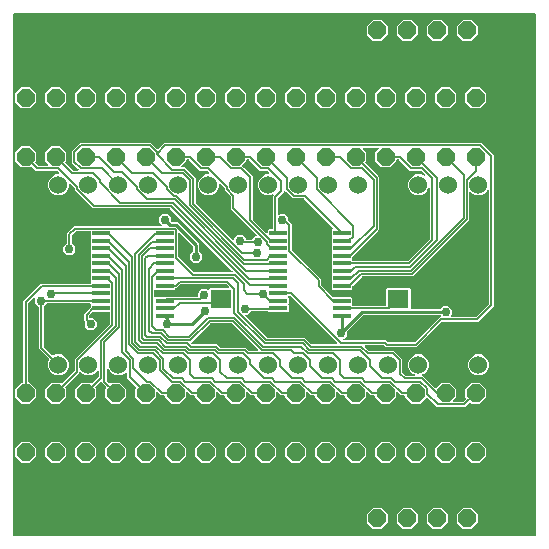
<source format=gbr>
G04 EAGLE Gerber RS-274X export*
G75*
%MOMM*%
%FSLAX34Y34*%
%LPD*%
%INBottom Copper*%
%IPPOS*%
%AMOC8*
5,1,8,0,0,1.08239X$1,22.5*%
G01*
%ADD10P,1.649562X8X22.500000*%
%ADD11C,1.524000*%
%ADD12R,1.500000X0.400000*%
%ADD13R,1.803000X1.600000*%
%ADD14C,0.152400*%
%ADD15C,0.756400*%
%ADD16C,0.254000*%

G36*
X445496Y3766D02*
X445496Y3766D01*
X445515Y3764D01*
X445617Y3786D01*
X445719Y3802D01*
X445736Y3812D01*
X445756Y3816D01*
X445845Y3869D01*
X445936Y3918D01*
X445950Y3932D01*
X445967Y3942D01*
X446034Y4021D01*
X446106Y4096D01*
X446114Y4114D01*
X446127Y4129D01*
X446166Y4225D01*
X446209Y4319D01*
X446211Y4339D01*
X446219Y4357D01*
X446237Y4524D01*
X446237Y445476D01*
X446234Y445496D01*
X446236Y445515D01*
X446214Y445617D01*
X446198Y445719D01*
X446188Y445736D01*
X446184Y445756D01*
X446131Y445845D01*
X446082Y445936D01*
X446068Y445950D01*
X446058Y445967D01*
X445979Y446034D01*
X445904Y446106D01*
X445886Y446114D01*
X445871Y446127D01*
X445775Y446166D01*
X445681Y446209D01*
X445661Y446211D01*
X445643Y446219D01*
X445476Y446237D01*
X4524Y446237D01*
X4504Y446234D01*
X4485Y446236D01*
X4383Y446214D01*
X4281Y446198D01*
X4264Y446188D01*
X4244Y446184D01*
X4155Y446131D01*
X4064Y446082D01*
X4050Y446068D01*
X4033Y446058D01*
X3966Y445979D01*
X3894Y445904D01*
X3886Y445886D01*
X3873Y445871D01*
X3834Y445775D01*
X3791Y445681D01*
X3789Y445661D01*
X3781Y445643D01*
X3763Y445476D01*
X3763Y4524D01*
X3766Y4504D01*
X3764Y4485D01*
X3786Y4383D01*
X3802Y4281D01*
X3812Y4264D01*
X3816Y4244D01*
X3869Y4155D01*
X3918Y4064D01*
X3932Y4050D01*
X3942Y4033D01*
X4021Y3966D01*
X4096Y3894D01*
X4114Y3886D01*
X4129Y3873D01*
X4225Y3834D01*
X4319Y3791D01*
X4339Y3789D01*
X4357Y3781D01*
X4524Y3763D01*
X445476Y3763D01*
X445496Y3766D01*
G37*
%LPC*%
G36*
X362462Y113015D02*
X362462Y113015D01*
X361048Y114429D01*
X354564Y120914D01*
X354547Y120925D01*
X354535Y120941D01*
X354448Y120997D01*
X354364Y121057D01*
X354345Y121063D01*
X354328Y121074D01*
X354228Y121099D01*
X354129Y121130D01*
X354109Y121129D01*
X354090Y121134D01*
X353987Y121126D01*
X353883Y121123D01*
X353864Y121116D01*
X353844Y121115D01*
X353750Y121074D01*
X353652Y121039D01*
X353636Y121026D01*
X353618Y121018D01*
X353487Y120914D01*
X348383Y115809D01*
X341017Y115809D01*
X335809Y121017D01*
X335809Y121906D01*
X335806Y121926D01*
X335808Y121945D01*
X335786Y122047D01*
X335770Y122149D01*
X335760Y122166D01*
X335756Y122186D01*
X335703Y122275D01*
X335654Y122366D01*
X335640Y122380D01*
X335630Y122397D01*
X335551Y122464D01*
X335476Y122536D01*
X335458Y122544D01*
X335443Y122557D01*
X335347Y122596D01*
X335253Y122639D01*
X335233Y122641D01*
X335215Y122649D01*
X335048Y122667D01*
X332108Y122667D01*
X329490Y125285D01*
X329432Y125327D01*
X329380Y125376D01*
X329333Y125398D01*
X329291Y125429D01*
X329222Y125450D01*
X329157Y125480D01*
X329105Y125486D01*
X329055Y125501D01*
X328984Y125499D01*
X328913Y125507D01*
X328862Y125496D01*
X328810Y125495D01*
X328742Y125470D01*
X328672Y125455D01*
X328627Y125428D01*
X328579Y125410D01*
X328523Y125365D01*
X328461Y125329D01*
X328427Y125289D01*
X328387Y125256D01*
X328348Y125196D01*
X328301Y125142D01*
X328282Y125093D01*
X328254Y125049D01*
X328236Y124980D01*
X328209Y124913D01*
X328201Y124842D01*
X328193Y124811D01*
X328195Y124788D01*
X328191Y124747D01*
X328191Y121017D01*
X322983Y115809D01*
X315617Y115809D01*
X310409Y121017D01*
X310409Y121906D01*
X310406Y121926D01*
X310408Y121945D01*
X310386Y122047D01*
X310370Y122149D01*
X310360Y122166D01*
X310356Y122186D01*
X310303Y122275D01*
X310254Y122366D01*
X310240Y122380D01*
X310230Y122397D01*
X310151Y122464D01*
X310076Y122536D01*
X310058Y122544D01*
X310043Y122557D01*
X309947Y122596D01*
X309853Y122639D01*
X309833Y122641D01*
X309815Y122649D01*
X309648Y122667D01*
X306708Y122667D01*
X304090Y125285D01*
X304032Y125327D01*
X303980Y125376D01*
X303933Y125398D01*
X303891Y125429D01*
X303822Y125450D01*
X303757Y125480D01*
X303705Y125486D01*
X303655Y125501D01*
X303584Y125499D01*
X303513Y125507D01*
X303462Y125496D01*
X303410Y125495D01*
X303342Y125470D01*
X303272Y125455D01*
X303227Y125428D01*
X303179Y125410D01*
X303123Y125365D01*
X303061Y125329D01*
X303027Y125289D01*
X302987Y125256D01*
X302948Y125196D01*
X302901Y125142D01*
X302882Y125093D01*
X302854Y125049D01*
X302836Y124980D01*
X302809Y124913D01*
X302801Y124842D01*
X302793Y124811D01*
X302795Y124788D01*
X302791Y124747D01*
X302791Y121017D01*
X297583Y115809D01*
X290217Y115809D01*
X285009Y121017D01*
X285009Y121906D01*
X285006Y121926D01*
X285008Y121945D01*
X284986Y122047D01*
X284970Y122149D01*
X284960Y122166D01*
X284956Y122186D01*
X284903Y122275D01*
X284854Y122366D01*
X284840Y122380D01*
X284830Y122397D01*
X284751Y122464D01*
X284676Y122536D01*
X284658Y122544D01*
X284643Y122557D01*
X284547Y122596D01*
X284453Y122639D01*
X284433Y122641D01*
X284415Y122649D01*
X284248Y122667D01*
X281308Y122667D01*
X278690Y125285D01*
X278632Y125327D01*
X278580Y125376D01*
X278533Y125398D01*
X278491Y125429D01*
X278422Y125450D01*
X278357Y125480D01*
X278305Y125486D01*
X278255Y125501D01*
X278184Y125499D01*
X278113Y125507D01*
X278062Y125496D01*
X278010Y125495D01*
X277942Y125470D01*
X277872Y125455D01*
X277827Y125428D01*
X277779Y125410D01*
X277723Y125365D01*
X277661Y125329D01*
X277627Y125289D01*
X277587Y125256D01*
X277548Y125196D01*
X277501Y125142D01*
X277482Y125093D01*
X277454Y125049D01*
X277436Y124980D01*
X277409Y124913D01*
X277401Y124842D01*
X277393Y124811D01*
X277395Y124788D01*
X277391Y124747D01*
X277391Y121017D01*
X272183Y115809D01*
X264817Y115809D01*
X259609Y121017D01*
X259609Y121906D01*
X259606Y121926D01*
X259608Y121945D01*
X259586Y122047D01*
X259570Y122149D01*
X259560Y122166D01*
X259556Y122186D01*
X259503Y122275D01*
X259454Y122366D01*
X259440Y122380D01*
X259430Y122397D01*
X259351Y122464D01*
X259276Y122536D01*
X259258Y122544D01*
X259243Y122557D01*
X259147Y122596D01*
X259053Y122639D01*
X259033Y122641D01*
X259015Y122649D01*
X258848Y122667D01*
X255908Y122667D01*
X253290Y125285D01*
X253232Y125327D01*
X253180Y125376D01*
X253133Y125398D01*
X253091Y125429D01*
X253022Y125450D01*
X252957Y125480D01*
X252905Y125486D01*
X252855Y125501D01*
X252784Y125499D01*
X252713Y125507D01*
X252662Y125496D01*
X252610Y125495D01*
X252542Y125470D01*
X252472Y125455D01*
X252427Y125428D01*
X252379Y125410D01*
X252323Y125365D01*
X252261Y125329D01*
X252227Y125289D01*
X252187Y125256D01*
X252148Y125196D01*
X252101Y125142D01*
X252082Y125093D01*
X252054Y125049D01*
X252036Y124980D01*
X252009Y124913D01*
X252001Y124842D01*
X251993Y124811D01*
X251995Y124788D01*
X251991Y124747D01*
X251991Y121017D01*
X246783Y115809D01*
X239417Y115809D01*
X234209Y121017D01*
X234209Y121906D01*
X234206Y121926D01*
X234208Y121945D01*
X234186Y122047D01*
X234170Y122149D01*
X234160Y122166D01*
X234156Y122186D01*
X234103Y122275D01*
X234054Y122366D01*
X234040Y122380D01*
X234030Y122397D01*
X233951Y122464D01*
X233876Y122536D01*
X233858Y122544D01*
X233843Y122557D01*
X233747Y122596D01*
X233653Y122639D01*
X233633Y122641D01*
X233615Y122649D01*
X233448Y122667D01*
X230508Y122667D01*
X227890Y125285D01*
X227832Y125327D01*
X227780Y125376D01*
X227733Y125398D01*
X227691Y125429D01*
X227622Y125450D01*
X227557Y125480D01*
X227505Y125486D01*
X227455Y125501D01*
X227384Y125499D01*
X227313Y125507D01*
X227262Y125496D01*
X227210Y125495D01*
X227142Y125470D01*
X227072Y125455D01*
X227027Y125428D01*
X226979Y125410D01*
X226923Y125365D01*
X226861Y125329D01*
X226827Y125289D01*
X226787Y125256D01*
X226748Y125196D01*
X226701Y125142D01*
X226682Y125093D01*
X226654Y125049D01*
X226636Y124980D01*
X226609Y124913D01*
X226601Y124842D01*
X226593Y124811D01*
X226595Y124788D01*
X226591Y124747D01*
X226591Y121017D01*
X221383Y115809D01*
X214017Y115809D01*
X208809Y121017D01*
X208809Y121906D01*
X208806Y121926D01*
X208808Y121945D01*
X208786Y122047D01*
X208770Y122149D01*
X208760Y122166D01*
X208756Y122186D01*
X208703Y122275D01*
X208654Y122366D01*
X208640Y122380D01*
X208630Y122397D01*
X208551Y122464D01*
X208476Y122536D01*
X208458Y122544D01*
X208443Y122557D01*
X208347Y122596D01*
X208253Y122639D01*
X208233Y122641D01*
X208215Y122649D01*
X208048Y122667D01*
X205108Y122667D01*
X202490Y125285D01*
X202432Y125327D01*
X202380Y125376D01*
X202333Y125398D01*
X202291Y125429D01*
X202222Y125450D01*
X202157Y125480D01*
X202105Y125486D01*
X202055Y125501D01*
X201984Y125499D01*
X201913Y125507D01*
X201862Y125496D01*
X201810Y125495D01*
X201742Y125470D01*
X201672Y125455D01*
X201627Y125428D01*
X201579Y125410D01*
X201523Y125365D01*
X201461Y125329D01*
X201427Y125289D01*
X201387Y125256D01*
X201348Y125196D01*
X201301Y125142D01*
X201282Y125093D01*
X201254Y125049D01*
X201236Y124980D01*
X201209Y124913D01*
X201201Y124842D01*
X201193Y124811D01*
X201195Y124788D01*
X201191Y124747D01*
X201191Y121017D01*
X195983Y115809D01*
X188617Y115809D01*
X183409Y121017D01*
X183409Y121906D01*
X183406Y121926D01*
X183408Y121945D01*
X183386Y122047D01*
X183370Y122149D01*
X183360Y122166D01*
X183356Y122186D01*
X183303Y122275D01*
X183254Y122366D01*
X183240Y122380D01*
X183230Y122397D01*
X183151Y122464D01*
X183076Y122536D01*
X183058Y122544D01*
X183043Y122557D01*
X182947Y122596D01*
X182853Y122639D01*
X182833Y122641D01*
X182815Y122649D01*
X182648Y122667D01*
X179708Y122667D01*
X177090Y125285D01*
X177032Y125327D01*
X176980Y125376D01*
X176933Y125398D01*
X176891Y125429D01*
X176822Y125450D01*
X176757Y125480D01*
X176705Y125486D01*
X176655Y125501D01*
X176584Y125499D01*
X176513Y125507D01*
X176462Y125496D01*
X176410Y125495D01*
X176342Y125470D01*
X176272Y125455D01*
X176227Y125428D01*
X176179Y125410D01*
X176123Y125365D01*
X176061Y125329D01*
X176027Y125289D01*
X175987Y125256D01*
X175948Y125196D01*
X175901Y125142D01*
X175882Y125093D01*
X175854Y125049D01*
X175836Y124980D01*
X175809Y124913D01*
X175801Y124842D01*
X175793Y124811D01*
X175795Y124788D01*
X175791Y124747D01*
X175791Y121017D01*
X170583Y115809D01*
X163217Y115809D01*
X158009Y121017D01*
X158009Y121906D01*
X158006Y121926D01*
X158008Y121945D01*
X157986Y122047D01*
X157970Y122149D01*
X157960Y122166D01*
X157956Y122186D01*
X157903Y122275D01*
X157854Y122366D01*
X157840Y122380D01*
X157830Y122397D01*
X157751Y122464D01*
X157676Y122536D01*
X157658Y122544D01*
X157643Y122557D01*
X157547Y122596D01*
X157453Y122639D01*
X157433Y122641D01*
X157415Y122649D01*
X157248Y122667D01*
X154308Y122667D01*
X151690Y125285D01*
X151632Y125327D01*
X151580Y125376D01*
X151533Y125398D01*
X151491Y125429D01*
X151422Y125450D01*
X151357Y125480D01*
X151305Y125486D01*
X151255Y125501D01*
X151184Y125499D01*
X151113Y125507D01*
X151062Y125496D01*
X151010Y125495D01*
X150942Y125470D01*
X150872Y125455D01*
X150827Y125428D01*
X150779Y125410D01*
X150723Y125365D01*
X150661Y125329D01*
X150627Y125289D01*
X150587Y125256D01*
X150548Y125196D01*
X150501Y125142D01*
X150482Y125093D01*
X150454Y125049D01*
X150436Y124980D01*
X150409Y124913D01*
X150401Y124842D01*
X150393Y124811D01*
X150395Y124788D01*
X150391Y124747D01*
X150391Y121017D01*
X145183Y115809D01*
X137817Y115809D01*
X132609Y121017D01*
X132609Y121906D01*
X132606Y121926D01*
X132608Y121945D01*
X132586Y122047D01*
X132570Y122149D01*
X132560Y122166D01*
X132556Y122186D01*
X132503Y122275D01*
X132454Y122366D01*
X132440Y122380D01*
X132430Y122397D01*
X132351Y122464D01*
X132276Y122536D01*
X132258Y122544D01*
X132243Y122557D01*
X132147Y122596D01*
X132053Y122639D01*
X132033Y122641D01*
X132015Y122649D01*
X131848Y122667D01*
X128908Y122667D01*
X127494Y124081D01*
X126290Y125285D01*
X126232Y125327D01*
X126180Y125376D01*
X126133Y125398D01*
X126091Y125429D01*
X126022Y125450D01*
X125957Y125480D01*
X125905Y125486D01*
X125855Y125501D01*
X125784Y125499D01*
X125713Y125507D01*
X125662Y125496D01*
X125610Y125495D01*
X125542Y125470D01*
X125472Y125455D01*
X125428Y125428D01*
X125379Y125410D01*
X125323Y125365D01*
X125261Y125329D01*
X125227Y125289D01*
X125187Y125256D01*
X125148Y125196D01*
X125101Y125142D01*
X125082Y125093D01*
X125054Y125049D01*
X125036Y124980D01*
X125009Y124913D01*
X125001Y124842D01*
X124993Y124811D01*
X124995Y124788D01*
X124991Y124747D01*
X124991Y121017D01*
X119783Y115809D01*
X112417Y115809D01*
X107209Y121017D01*
X107209Y128383D01*
X107838Y129011D01*
X107849Y129027D01*
X107865Y129040D01*
X107921Y129127D01*
X107981Y129211D01*
X107987Y129230D01*
X107998Y129247D01*
X108023Y129347D01*
X108054Y129446D01*
X108053Y129466D01*
X108058Y129485D01*
X108050Y129588D01*
X108047Y129692D01*
X108040Y129711D01*
X108039Y129730D01*
X107998Y129825D01*
X107963Y129923D01*
X107950Y129938D01*
X107942Y129957D01*
X107838Y130088D01*
X102033Y135892D01*
X100619Y137306D01*
X100619Y142008D01*
X100608Y142079D01*
X100606Y142151D01*
X100588Y142199D01*
X100580Y142251D01*
X100546Y142314D01*
X100521Y142382D01*
X100489Y142422D01*
X100464Y142468D01*
X100412Y142518D01*
X100368Y142574D01*
X100324Y142602D01*
X100286Y142638D01*
X100221Y142668D01*
X100161Y142707D01*
X100110Y142719D01*
X100063Y142741D01*
X99992Y142749D01*
X99922Y142767D01*
X99870Y142763D01*
X99819Y142768D01*
X99748Y142753D01*
X99677Y142747D01*
X99629Y142727D01*
X99578Y142716D01*
X99517Y142679D01*
X99451Y142651D01*
X99395Y142606D01*
X99367Y142590D01*
X99352Y142572D01*
X99320Y142546D01*
X98036Y141263D01*
X94768Y139909D01*
X91232Y139909D01*
X87964Y141263D01*
X85463Y143764D01*
X84551Y145964D01*
X84500Y146047D01*
X84454Y146133D01*
X84435Y146151D01*
X84422Y146173D01*
X84347Y146236D01*
X84276Y146303D01*
X84252Y146314D01*
X84232Y146330D01*
X84141Y146365D01*
X84053Y146406D01*
X84027Y146409D01*
X84003Y146418D01*
X83905Y146423D01*
X83809Y146433D01*
X83783Y146428D01*
X83757Y146429D01*
X83663Y146402D01*
X83568Y146381D01*
X83546Y146368D01*
X83521Y146360D01*
X83441Y146305D01*
X83357Y146255D01*
X83340Y146235D01*
X83319Y146220D01*
X83260Y146142D01*
X83197Y146068D01*
X83187Y146044D01*
X83172Y146023D01*
X83142Y145930D01*
X83105Y145840D01*
X83102Y145807D01*
X83096Y145789D01*
X83096Y145756D01*
X83087Y145673D01*
X83087Y135503D01*
X83101Y135413D01*
X83109Y135322D01*
X83121Y135293D01*
X83126Y135261D01*
X83169Y135180D01*
X83205Y135096D01*
X83231Y135064D01*
X83242Y135043D01*
X83265Y135021D01*
X83310Y134965D01*
X85312Y132962D01*
X85329Y132951D01*
X85341Y132935D01*
X85428Y132879D01*
X85512Y132819D01*
X85531Y132813D01*
X85548Y132802D01*
X85648Y132777D01*
X85747Y132746D01*
X85767Y132747D01*
X85786Y132742D01*
X85889Y132750D01*
X85993Y132753D01*
X86012Y132760D01*
X86032Y132761D01*
X86127Y132802D01*
X86224Y132837D01*
X86240Y132850D01*
X86258Y132858D01*
X86389Y132962D01*
X87017Y133591D01*
X94383Y133591D01*
X99591Y128383D01*
X99591Y121017D01*
X94383Y115809D01*
X87017Y115809D01*
X81809Y121017D01*
X81809Y128383D01*
X82438Y129011D01*
X82449Y129027D01*
X82465Y129040D01*
X82521Y129127D01*
X82581Y129211D01*
X82587Y129230D01*
X82598Y129247D01*
X82623Y129347D01*
X82654Y129446D01*
X82653Y129466D01*
X82658Y129485D01*
X82650Y129588D01*
X82647Y129692D01*
X82640Y129711D01*
X82639Y129730D01*
X82598Y129825D01*
X82563Y129923D01*
X82550Y129938D01*
X82542Y129957D01*
X82438Y130088D01*
X80435Y132090D01*
X79021Y133504D01*
X79021Y133709D01*
X79010Y133779D01*
X79008Y133851D01*
X78990Y133900D01*
X78982Y133951D01*
X78948Y134015D01*
X78923Y134082D01*
X78891Y134123D01*
X78866Y134169D01*
X78815Y134218D01*
X78770Y134274D01*
X78726Y134302D01*
X78688Y134338D01*
X78623Y134368D01*
X78563Y134407D01*
X78512Y134420D01*
X78465Y134442D01*
X78394Y134450D01*
X78324Y134467D01*
X78272Y134463D01*
X78221Y134469D01*
X78150Y134454D01*
X78079Y134448D01*
X78031Y134428D01*
X77980Y134417D01*
X77919Y134380D01*
X77853Y134352D01*
X77797Y134307D01*
X77769Y134291D01*
X77754Y134273D01*
X77722Y134247D01*
X73562Y130088D01*
X73551Y130071D01*
X73535Y130059D01*
X73479Y129972D01*
X73419Y129888D01*
X73413Y129869D01*
X73402Y129852D01*
X73377Y129752D01*
X73346Y129653D01*
X73347Y129633D01*
X73342Y129614D01*
X73350Y129511D01*
X73353Y129407D01*
X73360Y129388D01*
X73361Y129368D01*
X73402Y129273D01*
X73437Y129176D01*
X73450Y129160D01*
X73458Y129142D01*
X73562Y129011D01*
X74191Y128383D01*
X74191Y121017D01*
X68983Y115809D01*
X61617Y115809D01*
X56409Y121017D01*
X56409Y128383D01*
X61617Y133591D01*
X68983Y133591D01*
X69611Y132962D01*
X69627Y132951D01*
X69640Y132935D01*
X69727Y132879D01*
X69811Y132819D01*
X69830Y132813D01*
X69847Y132802D01*
X69947Y132777D01*
X70046Y132746D01*
X70066Y132747D01*
X70085Y132742D01*
X70188Y132750D01*
X70292Y132753D01*
X70311Y132760D01*
X70330Y132761D01*
X70425Y132802D01*
X70523Y132837D01*
X70538Y132850D01*
X70557Y132858D01*
X70688Y132962D01*
X76004Y138279D01*
X76057Y138353D01*
X76117Y138422D01*
X76129Y138453D01*
X76148Y138479D01*
X76175Y138566D01*
X76209Y138651D01*
X76213Y138692D01*
X76220Y138714D01*
X76219Y138746D01*
X76227Y138817D01*
X76227Y143016D01*
X76216Y143087D01*
X76214Y143159D01*
X76196Y143207D01*
X76188Y143259D01*
X76154Y143322D01*
X76129Y143390D01*
X76097Y143430D01*
X76072Y143476D01*
X76020Y143526D01*
X75976Y143582D01*
X75932Y143610D01*
X75894Y143646D01*
X75829Y143676D01*
X75769Y143715D01*
X75718Y143727D01*
X75671Y143749D01*
X75600Y143757D01*
X75530Y143775D01*
X75478Y143771D01*
X75427Y143776D01*
X75356Y143761D01*
X75285Y143755D01*
X75237Y143735D01*
X75186Y143724D01*
X75125Y143687D01*
X75059Y143659D01*
X75003Y143614D01*
X74975Y143598D01*
X74960Y143580D01*
X74928Y143554D01*
X72636Y141263D01*
X69368Y139909D01*
X65832Y139909D01*
X62564Y141263D01*
X61280Y142546D01*
X61222Y142588D01*
X61170Y142638D01*
X61123Y142660D01*
X61081Y142690D01*
X61012Y142711D01*
X60947Y142741D01*
X60895Y142747D01*
X60845Y142762D01*
X60774Y142760D01*
X60703Y142768D01*
X60652Y142757D01*
X60600Y142756D01*
X60532Y142731D01*
X60462Y142716D01*
X60417Y142689D01*
X60369Y142671D01*
X60313Y142627D01*
X60251Y142590D01*
X60217Y142550D01*
X60177Y142518D01*
X60138Y142457D01*
X60091Y142403D01*
X60072Y142355D01*
X60044Y142311D01*
X60026Y142241D01*
X59999Y142175D01*
X59991Y142103D01*
X59983Y142072D01*
X59985Y142049D01*
X59981Y142008D01*
X59981Y141906D01*
X58567Y140492D01*
X48162Y130088D01*
X48151Y130071D01*
X48135Y130059D01*
X48079Y129972D01*
X48019Y129888D01*
X48013Y129869D01*
X48002Y129852D01*
X47977Y129752D01*
X47946Y129653D01*
X47947Y129633D01*
X47942Y129614D01*
X47950Y129511D01*
X47953Y129407D01*
X47960Y129388D01*
X47961Y129368D01*
X48002Y129273D01*
X48037Y129176D01*
X48050Y129160D01*
X48058Y129142D01*
X48162Y129011D01*
X48791Y128383D01*
X48791Y121017D01*
X43583Y115809D01*
X36217Y115809D01*
X31009Y121017D01*
X31009Y128383D01*
X36217Y133591D01*
X43583Y133591D01*
X44211Y132962D01*
X44227Y132951D01*
X44240Y132935D01*
X44327Y132879D01*
X44411Y132819D01*
X44430Y132813D01*
X44447Y132802D01*
X44547Y132777D01*
X44646Y132746D01*
X44666Y132747D01*
X44685Y132742D01*
X44788Y132750D01*
X44892Y132753D01*
X44911Y132760D01*
X44930Y132761D01*
X45025Y132802D01*
X45123Y132837D01*
X45138Y132850D01*
X45157Y132858D01*
X45288Y132962D01*
X55692Y143367D01*
X55745Y143441D01*
X55805Y143510D01*
X55817Y143541D01*
X55836Y143567D01*
X55863Y143654D01*
X55897Y143739D01*
X55901Y143780D01*
X55908Y143802D01*
X55907Y143834D01*
X55915Y143905D01*
X55915Y153640D01*
X85536Y183261D01*
X85589Y183335D01*
X85649Y183404D01*
X85661Y183435D01*
X85680Y183461D01*
X85707Y183548D01*
X85741Y183633D01*
X85745Y183674D01*
X85752Y183696D01*
X85751Y183728D01*
X85759Y183799D01*
X85759Y192404D01*
X85756Y192424D01*
X85758Y192443D01*
X85736Y192545D01*
X85720Y192647D01*
X85710Y192664D01*
X85706Y192684D01*
X85653Y192773D01*
X85604Y192864D01*
X85590Y192878D01*
X85580Y192895D01*
X85501Y192962D01*
X85426Y193034D01*
X85408Y193042D01*
X85393Y193055D01*
X85297Y193094D01*
X85203Y193137D01*
X85183Y193139D01*
X85165Y193147D01*
X84998Y193165D01*
X71355Y193165D01*
X71265Y193151D01*
X71174Y193143D01*
X71145Y193131D01*
X71113Y193126D01*
X71032Y193083D01*
X70948Y193047D01*
X70916Y193021D01*
X70895Y193010D01*
X70873Y192987D01*
X70817Y192942D01*
X68256Y190381D01*
X68203Y190307D01*
X68143Y190238D01*
X68131Y190207D01*
X68112Y190181D01*
X68085Y190094D01*
X68051Y190009D01*
X68047Y189968D01*
X68040Y189946D01*
X68041Y189914D01*
X68033Y189843D01*
X68033Y188800D01*
X68036Y188780D01*
X68034Y188761D01*
X68056Y188659D01*
X68072Y188557D01*
X68082Y188540D01*
X68086Y188520D01*
X68139Y188431D01*
X68188Y188340D01*
X68202Y188326D01*
X68212Y188309D01*
X68291Y188242D01*
X68366Y188171D01*
X68384Y188162D01*
X68399Y188149D01*
X68495Y188110D01*
X68589Y188067D01*
X68609Y188065D01*
X68627Y188057D01*
X68794Y188039D01*
X71607Y188039D01*
X74567Y185079D01*
X74567Y180893D01*
X71607Y177933D01*
X67421Y177933D01*
X64461Y180893D01*
X64461Y184849D01*
X64446Y184939D01*
X64439Y185030D01*
X64427Y185060D01*
X64421Y185092D01*
X64379Y185172D01*
X64343Y185256D01*
X64317Y185288D01*
X64306Y185309D01*
X64283Y185331D01*
X64238Y185387D01*
X63967Y185658D01*
X63967Y191842D01*
X69180Y197055D01*
X69266Y197141D01*
X69319Y197215D01*
X69379Y197284D01*
X69391Y197315D01*
X69410Y197341D01*
X69437Y197428D01*
X69471Y197513D01*
X69475Y197553D01*
X69482Y197576D01*
X69481Y197608D01*
X69489Y197679D01*
X69489Y198962D01*
X69600Y199073D01*
X69611Y199089D01*
X69627Y199101D01*
X69683Y199189D01*
X69743Y199272D01*
X69749Y199291D01*
X69760Y199308D01*
X69785Y199409D01*
X69816Y199507D01*
X69815Y199527D01*
X69820Y199547D01*
X69812Y199650D01*
X69809Y199753D01*
X69802Y199772D01*
X69801Y199792D01*
X69760Y199887D01*
X69725Y199984D01*
X69712Y200000D01*
X69704Y200018D01*
X69600Y200149D01*
X69377Y200372D01*
X69334Y200452D01*
X69320Y200466D01*
X69310Y200483D01*
X69231Y200550D01*
X69156Y200622D01*
X69138Y200630D01*
X69123Y200643D01*
X69027Y200682D01*
X68933Y200725D01*
X68913Y200727D01*
X68895Y200735D01*
X68728Y200753D01*
X32714Y200753D01*
X32624Y200739D01*
X32533Y200731D01*
X32503Y200719D01*
X32471Y200714D01*
X32391Y200671D01*
X32307Y200635D01*
X32275Y200609D01*
X32254Y200598D01*
X32232Y200575D01*
X32176Y200530D01*
X29970Y198324D01*
X29917Y198250D01*
X29857Y198181D01*
X29845Y198150D01*
X29826Y198124D01*
X29799Y198037D01*
X29765Y197952D01*
X29761Y197912D01*
X29754Y197889D01*
X29755Y197857D01*
X29747Y197786D01*
X29747Y164443D01*
X29761Y164353D01*
X29769Y164262D01*
X29781Y164233D01*
X29786Y164201D01*
X29829Y164120D01*
X29865Y164036D01*
X29891Y164004D01*
X29902Y163983D01*
X29925Y163961D01*
X29970Y163905D01*
X37068Y156806D01*
X37163Y156738D01*
X37257Y156668D01*
X37263Y156666D01*
X37268Y156663D01*
X37379Y156629D01*
X37491Y156592D01*
X37497Y156592D01*
X37503Y156590D01*
X37620Y156593D01*
X37737Y156595D01*
X37744Y156597D01*
X37749Y156597D01*
X37767Y156603D01*
X37898Y156641D01*
X40432Y157691D01*
X43968Y157691D01*
X47236Y156337D01*
X49737Y153836D01*
X51091Y150568D01*
X51091Y147032D01*
X49737Y143764D01*
X47236Y141263D01*
X43968Y139909D01*
X40432Y139909D01*
X37164Y141263D01*
X34663Y143764D01*
X33309Y147032D01*
X33309Y150568D01*
X34359Y153102D01*
X34385Y153216D01*
X34414Y153329D01*
X34413Y153335D01*
X34415Y153341D01*
X34404Y153458D01*
X34395Y153574D01*
X34392Y153580D01*
X34392Y153586D01*
X34344Y153694D01*
X34298Y153801D01*
X34294Y153806D01*
X34292Y153811D01*
X34279Y153825D01*
X34194Y153932D01*
X27095Y161030D01*
X25681Y162444D01*
X25681Y197358D01*
X25667Y197448D01*
X25659Y197539D01*
X25647Y197569D01*
X25642Y197601D01*
X25599Y197681D01*
X25563Y197765D01*
X25537Y197797D01*
X25526Y197818D01*
X25503Y197840D01*
X25458Y197896D01*
X22447Y200907D01*
X22447Y204984D01*
X22436Y205055D01*
X22434Y205127D01*
X22416Y205176D01*
X22408Y205227D01*
X22374Y205291D01*
X22349Y205358D01*
X22317Y205399D01*
X22292Y205445D01*
X22240Y205494D01*
X22196Y205550D01*
X22152Y205578D01*
X22114Y205614D01*
X22049Y205644D01*
X21989Y205683D01*
X21938Y205696D01*
X21891Y205718D01*
X21820Y205725D01*
X21750Y205743D01*
X21698Y205739D01*
X21647Y205745D01*
X21576Y205729D01*
X21505Y205724D01*
X21457Y205703D01*
X21406Y205692D01*
X21345Y205656D01*
X21279Y205628D01*
X21223Y205583D01*
X21195Y205566D01*
X21180Y205548D01*
X21148Y205523D01*
X16756Y201131D01*
X16703Y201057D01*
X16643Y200987D01*
X16631Y200957D01*
X16612Y200931D01*
X16585Y200844D01*
X16551Y200759D01*
X16547Y200718D01*
X16540Y200696D01*
X16541Y200664D01*
X16533Y200592D01*
X16533Y134352D01*
X16536Y134332D01*
X16534Y134313D01*
X16556Y134211D01*
X16572Y134109D01*
X16582Y134092D01*
X16586Y134072D01*
X16639Y133983D01*
X16688Y133892D01*
X16702Y133878D01*
X16712Y133861D01*
X16791Y133794D01*
X16866Y133722D01*
X16884Y133714D01*
X16899Y133701D01*
X16995Y133662D01*
X17089Y133619D01*
X17109Y133617D01*
X17127Y133609D01*
X17294Y133591D01*
X18183Y133591D01*
X23391Y128383D01*
X23391Y121017D01*
X18183Y115809D01*
X10817Y115809D01*
X5609Y121017D01*
X5609Y128383D01*
X10817Y133591D01*
X11706Y133591D01*
X11726Y133594D01*
X11745Y133592D01*
X11847Y133614D01*
X11949Y133630D01*
X11966Y133640D01*
X11986Y133644D01*
X12075Y133697D01*
X12166Y133746D01*
X12180Y133760D01*
X12197Y133770D01*
X12264Y133849D01*
X12336Y133924D01*
X12344Y133942D01*
X12357Y133957D01*
X12396Y134053D01*
X12439Y134147D01*
X12441Y134167D01*
X12449Y134185D01*
X12467Y134352D01*
X12467Y202592D01*
X27076Y217201D01*
X68728Y217201D01*
X68748Y217204D01*
X68767Y217202D01*
X68869Y217224D01*
X68971Y217240D01*
X68988Y217250D01*
X69008Y217254D01*
X69097Y217307D01*
X69188Y217356D01*
X69202Y217370D01*
X69219Y217380D01*
X69286Y217459D01*
X69358Y217534D01*
X69366Y217552D01*
X69379Y217567D01*
X69418Y217663D01*
X69461Y217757D01*
X69463Y217777D01*
X69471Y217795D01*
X69489Y217962D01*
X69489Y218012D01*
X69600Y218123D01*
X69611Y218139D01*
X69627Y218151D01*
X69683Y218239D01*
X69743Y218322D01*
X69749Y218341D01*
X69760Y218358D01*
X69785Y218459D01*
X69816Y218557D01*
X69815Y218577D01*
X69820Y218597D01*
X69812Y218700D01*
X69809Y218803D01*
X69802Y218822D01*
X69801Y218842D01*
X69760Y218937D01*
X69725Y219034D01*
X69712Y219050D01*
X69704Y219068D01*
X69600Y219199D01*
X69489Y219310D01*
X69489Y224362D01*
X69600Y224473D01*
X69611Y224489D01*
X69627Y224501D01*
X69683Y224589D01*
X69743Y224672D01*
X69749Y224691D01*
X69760Y224708D01*
X69785Y224809D01*
X69816Y224908D01*
X69815Y224928D01*
X69820Y224947D01*
X69812Y225050D01*
X69809Y225153D01*
X69802Y225172D01*
X69801Y225192D01*
X69760Y225287D01*
X69725Y225384D01*
X69712Y225400D01*
X69704Y225418D01*
X69600Y225549D01*
X69489Y225660D01*
X69489Y230712D01*
X69600Y230823D01*
X69611Y230839D01*
X69627Y230851D01*
X69683Y230939D01*
X69743Y231022D01*
X69749Y231041D01*
X69760Y231058D01*
X69785Y231159D01*
X69816Y231257D01*
X69815Y231277D01*
X69820Y231297D01*
X69812Y231400D01*
X69809Y231503D01*
X69802Y231522D01*
X69801Y231542D01*
X69760Y231637D01*
X69755Y231653D01*
X69754Y231656D01*
X69752Y231659D01*
X69725Y231734D01*
X69712Y231750D01*
X69704Y231768D01*
X69635Y231855D01*
X69628Y231867D01*
X69620Y231874D01*
X69600Y231899D01*
X69489Y232010D01*
X69489Y237062D01*
X69600Y237173D01*
X69611Y237189D01*
X69627Y237201D01*
X69683Y237289D01*
X69743Y237372D01*
X69749Y237391D01*
X69760Y237408D01*
X69785Y237509D01*
X69816Y237607D01*
X69815Y237627D01*
X69820Y237647D01*
X69812Y237750D01*
X69809Y237853D01*
X69802Y237872D01*
X69801Y237892D01*
X69760Y237987D01*
X69725Y238084D01*
X69712Y238100D01*
X69704Y238118D01*
X69600Y238249D01*
X69489Y238360D01*
X69489Y243412D01*
X69600Y243523D01*
X69611Y243539D01*
X69627Y243551D01*
X69683Y243639D01*
X69743Y243722D01*
X69749Y243741D01*
X69760Y243758D01*
X69785Y243859D01*
X69816Y243957D01*
X69815Y243977D01*
X69820Y243997D01*
X69812Y244100D01*
X69809Y244203D01*
X69802Y244222D01*
X69801Y244242D01*
X69760Y244337D01*
X69725Y244434D01*
X69712Y244450D01*
X69704Y244468D01*
X69600Y244599D01*
X69489Y244710D01*
X69489Y249762D01*
X69600Y249873D01*
X69611Y249889D01*
X69627Y249901D01*
X69655Y249946D01*
X69688Y249980D01*
X69708Y250023D01*
X69743Y250072D01*
X69749Y250091D01*
X69760Y250108D01*
X69775Y250167D01*
X69791Y250203D01*
X69796Y250243D01*
X69816Y250307D01*
X69815Y250327D01*
X69820Y250347D01*
X69815Y250414D01*
X69818Y250447D01*
X69811Y250481D01*
X69809Y250553D01*
X69802Y250572D01*
X69801Y250592D01*
X69772Y250659D01*
X69766Y250688D01*
X69751Y250713D01*
X69725Y250784D01*
X69712Y250800D01*
X69704Y250818D01*
X69600Y250949D01*
X69489Y251060D01*
X69489Y256112D01*
X69600Y256223D01*
X69611Y256239D01*
X69627Y256251D01*
X69683Y256339D01*
X69743Y256422D01*
X69749Y256441D01*
X69760Y256458D01*
X69785Y256559D01*
X69816Y256657D01*
X69815Y256677D01*
X69820Y256697D01*
X69812Y256800D01*
X69809Y256903D01*
X69802Y256922D01*
X69801Y256942D01*
X69760Y257037D01*
X69725Y257134D01*
X69712Y257150D01*
X69704Y257168D01*
X69600Y257299D01*
X69489Y257410D01*
X69489Y261174D01*
X69486Y261194D01*
X69488Y261213D01*
X69466Y261315D01*
X69450Y261417D01*
X69440Y261434D01*
X69436Y261454D01*
X69383Y261543D01*
X69334Y261634D01*
X69320Y261648D01*
X69310Y261665D01*
X69231Y261732D01*
X69156Y261804D01*
X69138Y261812D01*
X69123Y261825D01*
X69027Y261864D01*
X68933Y261907D01*
X68913Y261909D01*
X68895Y261917D01*
X68728Y261935D01*
X57476Y261935D01*
X57386Y261921D01*
X57295Y261913D01*
X57265Y261901D01*
X57233Y261896D01*
X57152Y261853D01*
X57068Y261817D01*
X57036Y261791D01*
X57016Y261780D01*
X56993Y261757D01*
X56937Y261712D01*
X53756Y258531D01*
X53710Y258466D01*
X53692Y258448D01*
X53689Y258441D01*
X53643Y258387D01*
X53631Y258357D01*
X53612Y258331D01*
X53585Y258244D01*
X53551Y258159D01*
X53547Y258118D01*
X53540Y258096D01*
X53541Y258064D01*
X53533Y257992D01*
X53533Y251928D01*
X53536Y251909D01*
X53534Y251891D01*
X53549Y251822D01*
X53555Y251747D01*
X53567Y251717D01*
X53572Y251685D01*
X53583Y251666D01*
X53586Y251650D01*
X53620Y251594D01*
X53651Y251521D01*
X53677Y251489D01*
X53688Y251468D01*
X53705Y251452D01*
X53712Y251439D01*
X53725Y251429D01*
X53756Y251390D01*
X56553Y248593D01*
X56553Y244407D01*
X53593Y241447D01*
X49407Y241447D01*
X46447Y244407D01*
X46447Y248593D01*
X49244Y251390D01*
X49292Y251456D01*
X49336Y251502D01*
X49342Y251516D01*
X49357Y251533D01*
X49369Y251563D01*
X49388Y251590D01*
X49411Y251664D01*
X49439Y251725D01*
X49441Y251742D01*
X49449Y251761D01*
X49453Y251802D01*
X49460Y251825D01*
X49459Y251857D01*
X49467Y251928D01*
X49467Y259992D01*
X55476Y266001D01*
X128716Y266001D01*
X128787Y266012D01*
X128858Y266014D01*
X128907Y266032D01*
X128959Y266040D01*
X129022Y266074D01*
X129089Y266099D01*
X129130Y266131D01*
X129176Y266156D01*
X129225Y266208D01*
X129281Y266252D01*
X129309Y266296D01*
X129345Y266334D01*
X129376Y266399D01*
X129414Y266459D01*
X129427Y266510D01*
X129449Y266557D01*
X129457Y266628D01*
X129474Y266698D01*
X129470Y266750D01*
X129476Y266801D01*
X129461Y266872D01*
X129455Y266943D01*
X129435Y266991D01*
X129424Y267042D01*
X129387Y267103D01*
X129359Y267169D01*
X129314Y267225D01*
X129298Y267253D01*
X129280Y267268D01*
X129254Y267300D01*
X127347Y269207D01*
X127347Y273393D01*
X130307Y276353D01*
X134493Y276353D01*
X137453Y273393D01*
X137453Y270572D01*
X137456Y270552D01*
X137454Y270533D01*
X137476Y270431D01*
X137492Y270329D01*
X137502Y270312D01*
X137506Y270292D01*
X137559Y270203D01*
X137608Y270112D01*
X137622Y270098D01*
X137632Y270081D01*
X137711Y270014D01*
X137786Y269942D01*
X137804Y269934D01*
X137819Y269921D01*
X137915Y269882D01*
X138009Y269839D01*
X138029Y269837D01*
X138047Y269829D01*
X138214Y269811D01*
X142997Y269811D01*
X161341Y251467D01*
X161341Y244920D01*
X161355Y244830D01*
X161363Y244739D01*
X161375Y244709D01*
X161380Y244677D01*
X161423Y244597D01*
X161459Y244513D01*
X161485Y244481D01*
X161496Y244460D01*
X161519Y244438D01*
X161564Y244382D01*
X163853Y242093D01*
X163853Y237907D01*
X160893Y234947D01*
X156707Y234947D01*
X153747Y237907D01*
X153747Y242093D01*
X156036Y244382D01*
X156089Y244456D01*
X156149Y244525D01*
X156161Y244556D01*
X156180Y244582D01*
X156207Y244669D01*
X156241Y244754D01*
X156245Y244794D01*
X156252Y244817D01*
X156251Y244849D01*
X156259Y244920D01*
X156259Y249047D01*
X156245Y249137D01*
X156237Y249228D01*
X156225Y249257D01*
X156220Y249289D01*
X156177Y249370D01*
X156141Y249454D01*
X156115Y249486D01*
X156104Y249507D01*
X156081Y249529D01*
X156036Y249585D01*
X145099Y260522D01*
X145041Y260564D01*
X144989Y260613D01*
X144942Y260635D01*
X144900Y260666D01*
X144831Y260687D01*
X144766Y260717D01*
X144714Y260723D01*
X144664Y260738D01*
X144593Y260736D01*
X144522Y260744D01*
X144471Y260733D01*
X144419Y260732D01*
X144351Y260707D01*
X144281Y260692D01*
X144236Y260665D01*
X144188Y260647D01*
X144132Y260602D01*
X144070Y260566D01*
X144036Y260526D01*
X143996Y260493D01*
X143957Y260433D01*
X143910Y260379D01*
X143891Y260330D01*
X143863Y260287D01*
X143845Y260217D01*
X143818Y260150D01*
X143810Y260079D01*
X143802Y260048D01*
X143804Y260025D01*
X143800Y259984D01*
X143800Y240402D01*
X143814Y240312D01*
X143822Y240221D01*
X143834Y240192D01*
X143839Y240160D01*
X143882Y240079D01*
X143918Y239995D01*
X143944Y239963D01*
X143955Y239942D01*
X143978Y239920D01*
X144023Y239864D01*
X156819Y227068D01*
X156893Y227015D01*
X156962Y226955D01*
X156993Y226943D01*
X157019Y226924D01*
X157106Y226897D01*
X157191Y226863D01*
X157232Y226859D01*
X157254Y226852D01*
X157286Y226853D01*
X157357Y226845D01*
X188991Y226845D01*
X189062Y226856D01*
X189134Y226858D01*
X189183Y226876D01*
X189234Y226884D01*
X189297Y226918D01*
X189365Y226943D01*
X189405Y226975D01*
X189451Y227000D01*
X189501Y227052D01*
X189557Y227096D01*
X189585Y227140D01*
X189621Y227178D01*
X189651Y227243D01*
X189690Y227303D01*
X189703Y227354D01*
X189724Y227401D01*
X189732Y227472D01*
X189750Y227542D01*
X189746Y227594D01*
X189752Y227645D01*
X189736Y227716D01*
X189731Y227787D01*
X189710Y227835D01*
X189699Y227886D01*
X189662Y227947D01*
X189634Y228013D01*
X189590Y228069D01*
X189573Y228097D01*
X189555Y228112D01*
X189530Y228144D01*
X136764Y280910D01*
X136690Y280963D01*
X136620Y281023D01*
X136590Y281035D01*
X136564Y281054D01*
X136477Y281081D01*
X136392Y281115D01*
X136351Y281119D01*
X136329Y281126D01*
X136297Y281125D01*
X136225Y281133D01*
X71142Y281133D01*
X55915Y296360D01*
X55915Y297945D01*
X55901Y298035D01*
X55893Y298126D01*
X55881Y298155D01*
X55876Y298187D01*
X55833Y298268D01*
X55797Y298352D01*
X55771Y298384D01*
X55760Y298405D01*
X55737Y298427D01*
X55692Y298483D01*
X52390Y301785D01*
X52332Y301827D01*
X52280Y301876D01*
X52233Y301898D01*
X52191Y301929D01*
X52122Y301950D01*
X52057Y301980D01*
X52005Y301986D01*
X51955Y302001D01*
X51884Y301999D01*
X51813Y302007D01*
X51762Y301996D01*
X51710Y301995D01*
X51642Y301970D01*
X51572Y301955D01*
X51527Y301928D01*
X51479Y301910D01*
X51423Y301865D01*
X51361Y301829D01*
X51327Y301789D01*
X51287Y301756D01*
X51248Y301696D01*
X51201Y301642D01*
X51182Y301593D01*
X51154Y301549D01*
X51136Y301480D01*
X51109Y301413D01*
X51101Y301342D01*
X51093Y301311D01*
X51095Y301288D01*
X51091Y301247D01*
X51091Y299432D01*
X49737Y296164D01*
X47236Y293663D01*
X43968Y292309D01*
X40432Y292309D01*
X37164Y293663D01*
X34663Y296164D01*
X33309Y299432D01*
X33309Y302968D01*
X34663Y306236D01*
X37164Y308737D01*
X40432Y310091D01*
X42247Y310091D01*
X42317Y310102D01*
X42389Y310104D01*
X42438Y310122D01*
X42489Y310130D01*
X42553Y310164D01*
X42620Y310189D01*
X42661Y310221D01*
X42707Y310246D01*
X42756Y310298D01*
X42812Y310342D01*
X42840Y310386D01*
X42876Y310424D01*
X42906Y310489D01*
X42945Y310549D01*
X42958Y310600D01*
X42980Y310647D01*
X42988Y310718D01*
X43005Y310788D01*
X43001Y310840D01*
X43007Y310891D01*
X42992Y310962D01*
X42986Y311033D01*
X42966Y311081D01*
X42955Y311132D01*
X42918Y311193D01*
X42890Y311259D01*
X42845Y311315D01*
X42829Y311343D01*
X42811Y311358D01*
X42785Y311390D01*
X41383Y312792D01*
X41309Y312845D01*
X41240Y312905D01*
X41209Y312917D01*
X41183Y312936D01*
X41096Y312963D01*
X41011Y312997D01*
X40970Y313001D01*
X40948Y313008D01*
X40916Y313007D01*
X40845Y313015D01*
X23310Y313015D01*
X21896Y314429D01*
X19888Y316438D01*
X19871Y316449D01*
X19859Y316465D01*
X19782Y316514D01*
X19768Y316526D01*
X19760Y316530D01*
X19688Y316581D01*
X19669Y316587D01*
X19652Y316598D01*
X19552Y316623D01*
X19453Y316654D01*
X19433Y316653D01*
X19414Y316658D01*
X19311Y316650D01*
X19207Y316647D01*
X19188Y316640D01*
X19168Y316639D01*
X19073Y316598D01*
X18976Y316563D01*
X18960Y316550D01*
X18942Y316542D01*
X18868Y316483D01*
X18865Y316482D01*
X18862Y316478D01*
X18811Y316438D01*
X18183Y315809D01*
X10817Y315809D01*
X5609Y321017D01*
X5609Y328383D01*
X10817Y333591D01*
X18183Y333591D01*
X23391Y328383D01*
X23391Y321017D01*
X22762Y320389D01*
X22751Y320373D01*
X22735Y320360D01*
X22679Y320273D01*
X22619Y320189D01*
X22613Y320170D01*
X22602Y320153D01*
X22577Y320053D01*
X22546Y319954D01*
X22547Y319934D01*
X22542Y319915D01*
X22550Y319812D01*
X22553Y319708D01*
X22560Y319689D01*
X22561Y319670D01*
X22602Y319575D01*
X22637Y319477D01*
X22650Y319462D01*
X22658Y319443D01*
X22762Y319312D01*
X24771Y317304D01*
X24845Y317251D01*
X24914Y317191D01*
X24945Y317179D01*
X24971Y317160D01*
X25058Y317133D01*
X25143Y317099D01*
X25184Y317095D01*
X25206Y317088D01*
X25238Y317089D01*
X25309Y317081D01*
X33108Y317081D01*
X33179Y317092D01*
X33251Y317094D01*
X33299Y317112D01*
X33351Y317120D01*
X33414Y317154D01*
X33482Y317179D01*
X33522Y317211D01*
X33568Y317236D01*
X33618Y317288D01*
X33674Y317332D01*
X33702Y317376D01*
X33738Y317414D01*
X33768Y317479D01*
X33807Y317539D01*
X33819Y317590D01*
X33841Y317637D01*
X33849Y317708D01*
X33867Y317778D01*
X33863Y317830D01*
X33868Y317881D01*
X33853Y317952D01*
X33847Y318023D01*
X33827Y318071D01*
X33816Y318122D01*
X33779Y318183D01*
X33751Y318249D01*
X33706Y318305D01*
X33690Y318333D01*
X33672Y318348D01*
X33646Y318380D01*
X31009Y321017D01*
X31009Y328383D01*
X36217Y333591D01*
X43583Y333591D01*
X48791Y328383D01*
X48791Y321017D01*
X48162Y320389D01*
X48151Y320373D01*
X48135Y320360D01*
X48079Y320273D01*
X48019Y320189D01*
X48013Y320170D01*
X48002Y320153D01*
X47977Y320053D01*
X47946Y319954D01*
X47947Y319934D01*
X47942Y319915D01*
X47950Y319812D01*
X47953Y319708D01*
X47960Y319689D01*
X47961Y319670D01*
X48002Y319575D01*
X48037Y319477D01*
X48050Y319462D01*
X48058Y319443D01*
X48162Y319312D01*
X54171Y313304D01*
X54245Y313251D01*
X54314Y313191D01*
X54345Y313179D01*
X54371Y313160D01*
X54458Y313133D01*
X54543Y313099D01*
X54584Y313095D01*
X54606Y313088D01*
X54638Y313089D01*
X54709Y313081D01*
X58557Y313081D01*
X58627Y313092D01*
X58699Y313094D01*
X58748Y313112D01*
X58799Y313120D01*
X58863Y313154D01*
X58930Y313179D01*
X58971Y313211D01*
X59017Y313236D01*
X59066Y313288D01*
X59122Y313332D01*
X59150Y313376D01*
X59186Y313414D01*
X59216Y313479D01*
X59255Y313539D01*
X59268Y313590D01*
X59290Y313637D01*
X59298Y313708D01*
X59315Y313778D01*
X59311Y313830D01*
X59317Y313881D01*
X59302Y313952D01*
X59296Y314023D01*
X59276Y314071D01*
X59265Y314122D01*
X59228Y314183D01*
X59200Y314249D01*
X59155Y314305D01*
X59139Y314333D01*
X59121Y314348D01*
X59095Y314380D01*
X53615Y319860D01*
X53615Y329540D01*
X60460Y336385D01*
X120940Y336385D01*
X125813Y331512D01*
X125829Y331500D01*
X125841Y331485D01*
X125929Y331429D01*
X126012Y331368D01*
X126031Y331363D01*
X126048Y331352D01*
X126149Y331327D01*
X126248Y331296D01*
X126267Y331297D01*
X126287Y331292D01*
X126390Y331300D01*
X126493Y331302D01*
X126512Y331309D01*
X126532Y331311D01*
X126627Y331351D01*
X126724Y331387D01*
X126740Y331399D01*
X126758Y331407D01*
X126889Y331512D01*
X130348Y334971D01*
X131762Y336385D01*
X400340Y336385D01*
X410733Y325992D01*
X410733Y198658D01*
X397106Y185031D01*
X367021Y185031D01*
X366931Y185017D01*
X366840Y185009D01*
X366811Y184997D01*
X366779Y184992D01*
X366698Y184949D01*
X366614Y184913D01*
X366582Y184887D01*
X366561Y184876D01*
X366539Y184853D01*
X366483Y184808D01*
X345390Y163715D01*
X319301Y163715D01*
X317986Y165030D01*
X317912Y165083D01*
X317843Y165143D01*
X317813Y165155D01*
X317787Y165174D01*
X317700Y165201D01*
X317615Y165235D01*
X317574Y165239D01*
X317551Y165246D01*
X317519Y165245D01*
X317448Y165253D01*
X302061Y165253D01*
X301990Y165242D01*
X301918Y165240D01*
X301869Y165222D01*
X301818Y165214D01*
X301755Y165180D01*
X301687Y165155D01*
X301647Y165123D01*
X301601Y165098D01*
X301551Y165046D01*
X301495Y165002D01*
X301467Y164958D01*
X301431Y164920D01*
X301401Y164855D01*
X301362Y164795D01*
X301349Y164744D01*
X301328Y164697D01*
X301320Y164626D01*
X301302Y164556D01*
X301306Y164504D01*
X301300Y164453D01*
X301316Y164382D01*
X301321Y164311D01*
X301342Y164263D01*
X301353Y164212D01*
X301389Y164151D01*
X301418Y164085D01*
X301462Y164029D01*
X301479Y164001D01*
X301497Y163986D01*
X301522Y163954D01*
X304768Y160708D01*
X304842Y160655D01*
X304912Y160595D01*
X304942Y160583D01*
X304968Y160564D01*
X305055Y160537D01*
X305140Y160503D01*
X305181Y160499D01*
X305203Y160492D01*
X305235Y160493D01*
X305307Y160485D01*
X326440Y160485D01*
X333285Y153640D01*
X333285Y142405D01*
X333299Y142315D01*
X333307Y142224D01*
X333319Y142195D01*
X333324Y142163D01*
X333367Y142082D01*
X333403Y141998D01*
X333429Y141966D01*
X333440Y141945D01*
X333463Y141923D01*
X333508Y141867D01*
X335973Y139402D01*
X336047Y139349D01*
X336116Y139289D01*
X336147Y139277D01*
X336173Y139258D01*
X336260Y139231D01*
X336345Y139197D01*
X336386Y139193D01*
X336408Y139186D01*
X336440Y139187D01*
X336511Y139179D01*
X343168Y139179D01*
X343264Y139194D01*
X343361Y139204D01*
X343385Y139214D01*
X343411Y139218D01*
X343497Y139264D01*
X343586Y139304D01*
X343605Y139321D01*
X343628Y139334D01*
X343695Y139404D01*
X343767Y139470D01*
X343780Y139493D01*
X343798Y139512D01*
X343839Y139600D01*
X343886Y139686D01*
X343890Y139711D01*
X343901Y139735D01*
X343912Y139832D01*
X343929Y139928D01*
X343926Y139954D01*
X343928Y139979D01*
X343908Y140075D01*
X343894Y140171D01*
X343882Y140194D01*
X343876Y140220D01*
X343826Y140303D01*
X343782Y140390D01*
X343763Y140409D01*
X343750Y140431D01*
X343676Y140494D01*
X343606Y140562D01*
X343578Y140578D01*
X343563Y140591D01*
X343532Y140603D01*
X343459Y140643D01*
X341964Y141263D01*
X339463Y143764D01*
X338109Y147032D01*
X338109Y150568D01*
X339463Y153836D01*
X341964Y156337D01*
X345232Y157691D01*
X348768Y157691D01*
X352036Y156337D01*
X354537Y153836D01*
X355891Y150568D01*
X355891Y147032D01*
X354537Y143764D01*
X352036Y141263D01*
X350541Y140643D01*
X350458Y140592D01*
X350372Y140546D01*
X350354Y140527D01*
X350331Y140514D01*
X350269Y140439D01*
X350202Y140368D01*
X350191Y140344D01*
X350175Y140324D01*
X350140Y140233D01*
X350099Y140145D01*
X350096Y140119D01*
X350086Y140095D01*
X350082Y139997D01*
X350072Y139901D01*
X350077Y139875D01*
X350076Y139849D01*
X350103Y139755D01*
X350124Y139660D01*
X350137Y139638D01*
X350145Y139613D01*
X350200Y139533D01*
X350250Y139449D01*
X350270Y139432D01*
X350285Y139411D01*
X350363Y139352D01*
X350437Y139289D01*
X350461Y139279D01*
X350482Y139264D01*
X350575Y139234D01*
X350665Y139197D01*
X350681Y139195D01*
X360813Y129063D01*
X360829Y129051D01*
X360842Y129036D01*
X360929Y128980D01*
X361013Y128920D01*
X361032Y128914D01*
X361049Y128903D01*
X361149Y128878D01*
X361248Y128847D01*
X361268Y128848D01*
X361287Y128843D01*
X361390Y128851D01*
X361494Y128854D01*
X361513Y128860D01*
X361532Y128862D01*
X361627Y128902D01*
X361725Y128938D01*
X361740Y128950D01*
X361759Y128958D01*
X361890Y129063D01*
X366417Y133591D01*
X373783Y133591D01*
X378991Y128383D01*
X378991Y121017D01*
X376354Y118380D01*
X376312Y118322D01*
X376262Y118270D01*
X376240Y118223D01*
X376210Y118181D01*
X376189Y118112D01*
X376159Y118047D01*
X376153Y117995D01*
X376138Y117945D01*
X376140Y117874D01*
X376132Y117803D01*
X376143Y117752D01*
X376144Y117700D01*
X376169Y117632D01*
X376184Y117562D01*
X376211Y117517D01*
X376229Y117469D01*
X376273Y117413D01*
X376310Y117351D01*
X376350Y117317D01*
X376382Y117277D01*
X376443Y117238D01*
X376497Y117191D01*
X376545Y117172D01*
X376589Y117144D01*
X376659Y117126D01*
X376725Y117099D01*
X376797Y117091D01*
X376828Y117083D01*
X376851Y117085D01*
X376892Y117081D01*
X384691Y117081D01*
X384781Y117095D01*
X384872Y117103D01*
X384901Y117115D01*
X384933Y117120D01*
X385014Y117163D01*
X385098Y117199D01*
X385130Y117225D01*
X385151Y117236D01*
X385173Y117259D01*
X385229Y117304D01*
X387238Y119312D01*
X387249Y119329D01*
X387265Y119341D01*
X387321Y119428D01*
X387381Y119512D01*
X387387Y119531D01*
X387398Y119548D01*
X387423Y119648D01*
X387454Y119747D01*
X387453Y119767D01*
X387458Y119786D01*
X387450Y119889D01*
X387447Y119993D01*
X387440Y120012D01*
X387439Y120032D01*
X387398Y120127D01*
X387363Y120224D01*
X387350Y120240D01*
X387342Y120258D01*
X387238Y120389D01*
X386609Y121017D01*
X386609Y128383D01*
X391817Y133591D01*
X399183Y133591D01*
X404391Y128383D01*
X404391Y121017D01*
X399183Y115809D01*
X391817Y115809D01*
X391189Y116438D01*
X391173Y116449D01*
X391160Y116465D01*
X391073Y116521D01*
X390989Y116581D01*
X390970Y116587D01*
X390953Y116598D01*
X390853Y116623D01*
X390754Y116654D01*
X390734Y116653D01*
X390715Y116658D01*
X390612Y116650D01*
X390508Y116647D01*
X390489Y116640D01*
X390470Y116639D01*
X390375Y116598D01*
X390277Y116563D01*
X390262Y116550D01*
X390243Y116542D01*
X390112Y116438D01*
X388104Y114429D01*
X386690Y113015D01*
X362462Y113015D01*
G37*
%LPD*%
G36*
X395197Y189111D02*
X395197Y189111D01*
X395288Y189119D01*
X395317Y189131D01*
X395349Y189136D01*
X395430Y189179D01*
X395514Y189215D01*
X395546Y189241D01*
X395567Y189252D01*
X395589Y189275D01*
X395645Y189320D01*
X406444Y200119D01*
X406497Y200193D01*
X406557Y200262D01*
X406569Y200293D01*
X406588Y200319D01*
X406615Y200406D01*
X406649Y200491D01*
X406653Y200532D01*
X406660Y200554D01*
X406659Y200586D01*
X406667Y200657D01*
X406667Y295656D01*
X406656Y295727D01*
X406654Y295799D01*
X406636Y295847D01*
X406628Y295899D01*
X406594Y295962D01*
X406569Y296030D01*
X406537Y296070D01*
X406512Y296116D01*
X406460Y296166D01*
X406416Y296222D01*
X406372Y296250D01*
X406334Y296286D01*
X406269Y296316D01*
X406209Y296355D01*
X406158Y296367D01*
X406111Y296389D01*
X406040Y296397D01*
X405970Y296415D01*
X405918Y296411D01*
X405867Y296416D01*
X405796Y296401D01*
X405725Y296395D01*
X405677Y296375D01*
X405626Y296364D01*
X405565Y296327D01*
X405499Y296299D01*
X405443Y296254D01*
X405415Y296238D01*
X405400Y296220D01*
X405368Y296194D01*
X402836Y293663D01*
X399568Y292309D01*
X396032Y292309D01*
X392764Y293663D01*
X391480Y294946D01*
X391422Y294988D01*
X391370Y295038D01*
X391323Y295060D01*
X391281Y295090D01*
X391212Y295111D01*
X391147Y295141D01*
X391095Y295147D01*
X391045Y295162D01*
X390974Y295160D01*
X390903Y295168D01*
X390852Y295157D01*
X390800Y295156D01*
X390732Y295131D01*
X390662Y295116D01*
X390617Y295089D01*
X390569Y295071D01*
X390513Y295027D01*
X390451Y294990D01*
X390417Y294950D01*
X390377Y294918D01*
X390338Y294857D01*
X390291Y294803D01*
X390272Y294755D01*
X390244Y294711D01*
X390226Y294641D01*
X390199Y294575D01*
X390191Y294503D01*
X390183Y294472D01*
X390185Y294449D01*
X390181Y294408D01*
X390181Y271306D01*
X342428Y223553D01*
X299592Y223553D01*
X299502Y223539D01*
X299411Y223531D01*
X299382Y223519D01*
X299350Y223514D01*
X299269Y223471D01*
X299185Y223435D01*
X299153Y223409D01*
X299132Y223398D01*
X299110Y223375D01*
X299054Y223330D01*
X291229Y215505D01*
X291176Y215431D01*
X291116Y215362D01*
X291104Y215331D01*
X291085Y215305D01*
X291058Y215218D01*
X291024Y215133D01*
X291020Y215092D01*
X291013Y215070D01*
X291014Y215038D01*
X291006Y214967D01*
X291006Y212960D01*
X290261Y212215D01*
X274209Y212215D01*
X273464Y212960D01*
X273464Y218012D01*
X273575Y218123D01*
X273586Y218139D01*
X273602Y218151D01*
X273658Y218239D01*
X273718Y218322D01*
X273724Y218341D01*
X273735Y218358D01*
X273760Y218459D01*
X273791Y218558D01*
X273790Y218578D01*
X273795Y218597D01*
X273787Y218700D01*
X273784Y218803D01*
X273777Y218822D01*
X273776Y218842D01*
X273735Y218937D01*
X273700Y219034D01*
X273687Y219050D01*
X273679Y219068D01*
X273575Y219199D01*
X273464Y219310D01*
X273464Y224362D01*
X273575Y224473D01*
X273586Y224489D01*
X273602Y224501D01*
X273658Y224589D01*
X273718Y224672D01*
X273724Y224691D01*
X273735Y224708D01*
X273760Y224809D01*
X273791Y224908D01*
X273790Y224928D01*
X273795Y224947D01*
X273787Y225050D01*
X273784Y225153D01*
X273777Y225172D01*
X273776Y225192D01*
X273735Y225287D01*
X273700Y225384D01*
X273687Y225400D01*
X273679Y225418D01*
X273575Y225549D01*
X273464Y225660D01*
X273464Y230712D01*
X273575Y230823D01*
X273586Y230839D01*
X273602Y230851D01*
X273658Y230939D01*
X273718Y231022D01*
X273724Y231041D01*
X273735Y231058D01*
X273760Y231159D01*
X273791Y231258D01*
X273790Y231278D01*
X273795Y231297D01*
X273787Y231400D01*
X273784Y231503D01*
X273777Y231522D01*
X273776Y231542D01*
X273735Y231637D01*
X273730Y231653D01*
X273729Y231656D01*
X273727Y231659D01*
X273700Y231734D01*
X273687Y231750D01*
X273679Y231768D01*
X273610Y231855D01*
X273603Y231867D01*
X273595Y231874D01*
X273575Y231899D01*
X273464Y232010D01*
X273464Y237062D01*
X273575Y237173D01*
X273586Y237189D01*
X273602Y237201D01*
X273658Y237289D01*
X273718Y237372D01*
X273724Y237391D01*
X273735Y237408D01*
X273760Y237509D01*
X273791Y237608D01*
X273790Y237628D01*
X273795Y237647D01*
X273787Y237750D01*
X273784Y237853D01*
X273777Y237872D01*
X273776Y237892D01*
X273735Y237987D01*
X273700Y238084D01*
X273687Y238100D01*
X273679Y238118D01*
X273575Y238249D01*
X273464Y238360D01*
X273464Y243412D01*
X273575Y243523D01*
X273586Y243539D01*
X273602Y243551D01*
X273658Y243639D01*
X273718Y243722D01*
X273724Y243741D01*
X273735Y243758D01*
X273760Y243859D01*
X273791Y243958D01*
X273790Y243978D01*
X273795Y243997D01*
X273787Y244100D01*
X273784Y244203D01*
X273777Y244222D01*
X273776Y244242D01*
X273735Y244337D01*
X273700Y244434D01*
X273687Y244450D01*
X273679Y244468D01*
X273575Y244599D01*
X273464Y244710D01*
X273464Y249762D01*
X273575Y249873D01*
X273586Y249889D01*
X273602Y249901D01*
X273630Y249946D01*
X273663Y249980D01*
X273683Y250023D01*
X273718Y250072D01*
X273724Y250091D01*
X273735Y250108D01*
X273750Y250167D01*
X273766Y250203D01*
X273771Y250243D01*
X273791Y250308D01*
X273790Y250328D01*
X273795Y250347D01*
X273790Y250414D01*
X273793Y250447D01*
X273786Y250480D01*
X273784Y250553D01*
X273777Y250572D01*
X273776Y250592D01*
X273747Y250659D01*
X273741Y250688D01*
X273726Y250713D01*
X273700Y250784D01*
X273687Y250800D01*
X273679Y250818D01*
X273575Y250949D01*
X273464Y251060D01*
X273464Y256112D01*
X273575Y256223D01*
X273586Y256239D01*
X273602Y256251D01*
X273658Y256339D01*
X273718Y256422D01*
X273724Y256441D01*
X273735Y256458D01*
X273760Y256559D01*
X273791Y256658D01*
X273790Y256678D01*
X273795Y256697D01*
X273787Y256800D01*
X273784Y256903D01*
X273777Y256922D01*
X273776Y256942D01*
X273735Y257037D01*
X273700Y257134D01*
X273687Y257150D01*
X273679Y257168D01*
X273575Y257299D01*
X273464Y257410D01*
X273464Y262462D01*
X274209Y263207D01*
X274252Y263207D01*
X274322Y263218D01*
X274394Y263220D01*
X274443Y263238D01*
X274494Y263246D01*
X274558Y263280D01*
X274625Y263305D01*
X274666Y263337D01*
X274712Y263362D01*
X274761Y263413D01*
X274817Y263458D01*
X274845Y263502D01*
X274881Y263540D01*
X274911Y263605D01*
X274950Y263665D01*
X274963Y263716D01*
X274985Y263763D01*
X274993Y263834D01*
X275010Y263904D01*
X275006Y263956D01*
X275012Y264007D01*
X274997Y264078D01*
X274991Y264149D01*
X274971Y264197D01*
X274960Y264248D01*
X274923Y264309D01*
X274895Y264375D01*
X274850Y264431D01*
X274834Y264459D01*
X274816Y264474D01*
X274790Y264506D01*
X250004Y289292D01*
X249930Y289345D01*
X249861Y289405D01*
X249830Y289417D01*
X249804Y289436D01*
X249717Y289463D01*
X249632Y289497D01*
X249591Y289501D01*
X249569Y289508D01*
X249537Y289507D01*
X249466Y289515D01*
X240560Y289515D01*
X235129Y294946D01*
X234286Y295789D01*
X234228Y295831D01*
X234176Y295880D01*
X234129Y295902D01*
X234087Y295933D01*
X234018Y295954D01*
X233953Y295984D01*
X233901Y295990D01*
X233851Y296005D01*
X233780Y296003D01*
X233709Y296011D01*
X233658Y296000D01*
X233606Y295999D01*
X233538Y295974D01*
X233468Y295959D01*
X233423Y295932D01*
X233375Y295914D01*
X233319Y295869D01*
X233257Y295833D01*
X233223Y295793D01*
X233183Y295760D01*
X233144Y295700D01*
X233097Y295646D01*
X233078Y295597D01*
X233050Y295553D01*
X233032Y295484D01*
X233005Y295417D01*
X232997Y295346D01*
X232989Y295315D01*
X232991Y295292D01*
X232987Y295251D01*
X232987Y294788D01*
X228116Y289917D01*
X228063Y289843D01*
X228003Y289774D01*
X227991Y289743D01*
X227972Y289717D01*
X227945Y289630D01*
X227911Y289545D01*
X227907Y289504D01*
X227900Y289482D01*
X227901Y289450D01*
X227893Y289379D01*
X227893Y276276D01*
X227895Y276262D01*
X227894Y276251D01*
X227904Y276202D01*
X227906Y276134D01*
X227924Y276085D01*
X227932Y276033D01*
X227966Y275970D01*
X227991Y275903D01*
X228023Y275862D01*
X228048Y275816D01*
X228100Y275767D01*
X228144Y275711D01*
X228188Y275683D01*
X228226Y275647D01*
X228291Y275616D01*
X228351Y275578D01*
X228402Y275565D01*
X228449Y275543D01*
X228520Y275535D01*
X228590Y275518D01*
X228642Y275522D01*
X228693Y275516D01*
X228764Y275531D01*
X228835Y275537D01*
X228883Y275557D01*
X228934Y275568D01*
X228995Y275605D01*
X229061Y275633D01*
X229117Y275678D01*
X229120Y275679D01*
X229128Y275684D01*
X229129Y275685D01*
X229145Y275694D01*
X229160Y275712D01*
X229192Y275738D01*
X229707Y276253D01*
X233893Y276253D01*
X236853Y273293D01*
X236853Y271107D01*
X236867Y271017D01*
X236875Y270926D01*
X236887Y270896D01*
X236892Y270864D01*
X236935Y270784D01*
X236971Y270700D01*
X236997Y270668D01*
X237008Y270647D01*
X237031Y270625D01*
X237076Y270569D01*
X239825Y267820D01*
X239825Y246465D01*
X239839Y246375D01*
X239847Y246284D01*
X239859Y246255D01*
X239864Y246223D01*
X239907Y246142D01*
X239943Y246058D01*
X239969Y246026D01*
X239980Y246005D01*
X240003Y245983D01*
X240048Y245927D01*
X264433Y221542D01*
X264433Y216457D01*
X264447Y216367D01*
X264455Y216276D01*
X264467Y216247D01*
X264472Y216215D01*
X264515Y216134D01*
X264551Y216050D01*
X264577Y216018D01*
X264588Y215997D01*
X264611Y215975D01*
X264656Y215919D01*
X274295Y206280D01*
X274369Y206227D01*
X274438Y206167D01*
X274469Y206155D01*
X274495Y206136D01*
X274582Y206109D01*
X274667Y206075D01*
X274708Y206071D01*
X274730Y206064D01*
X274762Y206065D01*
X274833Y206057D01*
X290261Y206057D01*
X291006Y205312D01*
X291006Y200260D01*
X290895Y200149D01*
X290884Y200133D01*
X290868Y200121D01*
X290812Y200033D01*
X290752Y199950D01*
X290746Y199931D01*
X290735Y199914D01*
X290710Y199813D01*
X290679Y199715D01*
X290680Y199695D01*
X290675Y199675D01*
X290683Y199572D01*
X290686Y199469D01*
X290693Y199450D01*
X290694Y199430D01*
X290735Y199335D01*
X290770Y199238D01*
X290783Y199222D01*
X290791Y199204D01*
X290895Y199073D01*
X291118Y198850D01*
X291161Y198770D01*
X291175Y198756D01*
X291185Y198739D01*
X291264Y198672D01*
X291339Y198600D01*
X291357Y198592D01*
X291372Y198579D01*
X291468Y198540D01*
X291562Y198497D01*
X291582Y198495D01*
X291600Y198487D01*
X291767Y198469D01*
X318953Y198469D01*
X318973Y198472D01*
X318992Y198470D01*
X319094Y198492D01*
X319196Y198508D01*
X319213Y198518D01*
X319233Y198522D01*
X319322Y198575D01*
X319413Y198624D01*
X319427Y198638D01*
X319444Y198648D01*
X319511Y198727D01*
X319583Y198802D01*
X319591Y198820D01*
X319604Y198835D01*
X319643Y198931D01*
X319686Y199025D01*
X319688Y199045D01*
X319696Y199063D01*
X319714Y199230D01*
X319714Y212746D01*
X320459Y213491D01*
X339541Y213491D01*
X340286Y212746D01*
X340286Y196552D01*
X340289Y196532D01*
X340287Y196513D01*
X340309Y196411D01*
X340325Y196309D01*
X340335Y196292D01*
X340339Y196272D01*
X340392Y196183D01*
X340441Y196092D01*
X340455Y196078D01*
X340465Y196061D01*
X340544Y195994D01*
X340619Y195922D01*
X340637Y195914D01*
X340652Y195901D01*
X340748Y195862D01*
X340842Y195819D01*
X340862Y195817D01*
X340880Y195809D01*
X341047Y195791D01*
X365080Y195791D01*
X365170Y195805D01*
X365261Y195813D01*
X365291Y195825D01*
X365323Y195830D01*
X365403Y195873D01*
X365487Y195909D01*
X365519Y195935D01*
X365540Y195946D01*
X365562Y195969D01*
X365618Y196014D01*
X367907Y198303D01*
X372093Y198303D01*
X375053Y195343D01*
X375053Y191157D01*
X374292Y190396D01*
X374250Y190338D01*
X374201Y190286D01*
X374179Y190239D01*
X374148Y190197D01*
X374127Y190128D01*
X374097Y190063D01*
X374091Y190011D01*
X374076Y189961D01*
X374078Y189890D01*
X374070Y189819D01*
X374081Y189768D01*
X374082Y189716D01*
X374107Y189648D01*
X374122Y189578D01*
X374149Y189533D01*
X374167Y189485D01*
X374212Y189429D01*
X374248Y189367D01*
X374288Y189333D01*
X374321Y189293D01*
X374381Y189254D01*
X374435Y189207D01*
X374484Y189188D01*
X374527Y189160D01*
X374597Y189142D01*
X374663Y189115D01*
X374735Y189107D01*
X374766Y189099D01*
X374789Y189101D01*
X374830Y189097D01*
X395107Y189097D01*
X395197Y189111D01*
G37*
G36*
X337615Y236583D02*
X337615Y236583D01*
X337706Y236591D01*
X337735Y236603D01*
X337767Y236608D01*
X337848Y236651D01*
X337932Y236687D01*
X337964Y236713D01*
X337985Y236724D01*
X338007Y236747D01*
X338063Y236792D01*
X356598Y255327D01*
X356651Y255401D01*
X356711Y255471D01*
X356723Y255501D01*
X356742Y255527D01*
X356769Y255614D01*
X356803Y255699D01*
X356807Y255740D01*
X356814Y255762D01*
X356813Y255794D01*
X356821Y255865D01*
X356821Y297851D01*
X356806Y297947D01*
X356796Y298044D01*
X356786Y298068D01*
X356782Y298094D01*
X356736Y298180D01*
X356696Y298269D01*
X356679Y298288D01*
X356666Y298311D01*
X356596Y298378D01*
X356530Y298450D01*
X356507Y298462D01*
X356488Y298481D01*
X356400Y298522D01*
X356314Y298568D01*
X356289Y298573D01*
X356265Y298584D01*
X356168Y298595D01*
X356072Y298612D01*
X356046Y298608D01*
X356021Y298611D01*
X355925Y298591D01*
X355829Y298576D01*
X355806Y298565D01*
X355780Y298559D01*
X355697Y298509D01*
X355610Y298465D01*
X355591Y298446D01*
X355569Y298433D01*
X355506Y298359D01*
X355438Y298289D01*
X355422Y298261D01*
X355409Y298246D01*
X355397Y298215D01*
X355357Y298142D01*
X354537Y296164D01*
X352036Y293663D01*
X348768Y292309D01*
X345232Y292309D01*
X341964Y293663D01*
X339463Y296164D01*
X338109Y299432D01*
X338109Y302968D01*
X339463Y306236D01*
X341964Y308737D01*
X345232Y310091D01*
X348768Y310091D01*
X351574Y308929D01*
X351669Y308906D01*
X351762Y308878D01*
X351788Y308878D01*
X351814Y308872D01*
X351910Y308882D01*
X352008Y308884D01*
X352032Y308893D01*
X352058Y308895D01*
X352147Y308935D01*
X352239Y308968D01*
X352259Y308985D01*
X352283Y308995D01*
X352355Y309061D01*
X352431Y309122D01*
X352445Y309144D01*
X352464Y309162D01*
X352511Y309247D01*
X352564Y309329D01*
X352570Y309354D01*
X352583Y309377D01*
X352600Y309473D01*
X352624Y309568D01*
X352622Y309594D01*
X352627Y309619D01*
X352612Y309716D01*
X352605Y309813D01*
X352595Y309837D01*
X352591Y309863D01*
X352547Y309950D01*
X352509Y310039D01*
X352488Y310065D01*
X352479Y310082D01*
X352456Y310105D01*
X352404Y310170D01*
X349782Y312792D01*
X349708Y312845D01*
X349638Y312905D01*
X349608Y312917D01*
X349582Y312936D01*
X349495Y312963D01*
X349410Y312997D01*
X349369Y313001D01*
X349347Y313008D01*
X349315Y313007D01*
X349243Y313015D01*
X339860Y313015D01*
X330431Y322444D01*
X330357Y322497D01*
X330288Y322557D01*
X330257Y322569D01*
X330231Y322588D01*
X330144Y322615D01*
X330059Y322649D01*
X330018Y322653D01*
X329996Y322660D01*
X329964Y322659D01*
X329893Y322667D01*
X328952Y322667D01*
X328932Y322664D01*
X328913Y322666D01*
X328811Y322644D01*
X328709Y322628D01*
X328692Y322618D01*
X328672Y322614D01*
X328583Y322561D01*
X328492Y322512D01*
X328478Y322498D01*
X328461Y322488D01*
X328394Y322409D01*
X328322Y322334D01*
X328314Y322316D01*
X328301Y322301D01*
X328262Y322205D01*
X328219Y322111D01*
X328217Y322091D01*
X328209Y322073D01*
X328191Y321906D01*
X328191Y321017D01*
X322983Y315809D01*
X315617Y315809D01*
X310409Y321017D01*
X310409Y328383D01*
X313046Y331020D01*
X313088Y331078D01*
X313138Y331130D01*
X313160Y331177D01*
X313190Y331219D01*
X313211Y331288D01*
X313241Y331353D01*
X313247Y331405D01*
X313262Y331455D01*
X313260Y331526D01*
X313268Y331597D01*
X313257Y331648D01*
X313256Y331700D01*
X313231Y331768D01*
X313216Y331838D01*
X313189Y331883D01*
X313171Y331931D01*
X313127Y331987D01*
X313090Y332049D01*
X313050Y332083D01*
X313018Y332123D01*
X312957Y332162D01*
X312903Y332209D01*
X312855Y332228D01*
X312811Y332256D01*
X312741Y332274D01*
X312675Y332301D01*
X312603Y332309D01*
X312572Y332317D01*
X312549Y332315D01*
X312508Y332319D01*
X300692Y332319D01*
X300621Y332308D01*
X300549Y332306D01*
X300501Y332288D01*
X300449Y332280D01*
X300386Y332246D01*
X300318Y332221D01*
X300278Y332189D01*
X300232Y332164D01*
X300182Y332112D01*
X300126Y332068D01*
X300098Y332024D01*
X300062Y331986D01*
X300032Y331921D01*
X299993Y331861D01*
X299981Y331810D01*
X299959Y331763D01*
X299951Y331692D01*
X299933Y331622D01*
X299937Y331570D01*
X299932Y331519D01*
X299947Y331448D01*
X299953Y331377D01*
X299973Y331329D01*
X299984Y331278D01*
X300021Y331217D01*
X300049Y331151D01*
X300094Y331095D01*
X300110Y331067D01*
X300128Y331052D01*
X300154Y331020D01*
X302791Y328383D01*
X302791Y321017D01*
X302162Y320389D01*
X302151Y320373D01*
X302135Y320360D01*
X302079Y320273D01*
X302019Y320189D01*
X302013Y320170D01*
X302002Y320153D01*
X301977Y320053D01*
X301946Y319954D01*
X301947Y319934D01*
X301942Y319915D01*
X301950Y319812D01*
X301953Y319708D01*
X301960Y319689D01*
X301961Y319670D01*
X302002Y319575D01*
X302037Y319477D01*
X302050Y319462D01*
X302058Y319443D01*
X302162Y319312D01*
X312567Y308908D01*
X313981Y307494D01*
X313981Y263206D01*
X312567Y261792D01*
X291229Y240454D01*
X291176Y240380D01*
X291116Y240311D01*
X291104Y240280D01*
X291085Y240254D01*
X291058Y240167D01*
X291024Y240082D01*
X291020Y240041D01*
X291013Y240019D01*
X291014Y239987D01*
X291006Y239916D01*
X291006Y238360D01*
X290895Y238249D01*
X290884Y238233D01*
X290868Y238221D01*
X290812Y238133D01*
X290752Y238050D01*
X290746Y238031D01*
X290735Y238014D01*
X290710Y237913D01*
X290679Y237815D01*
X290680Y237795D01*
X290675Y237775D01*
X290683Y237672D01*
X290686Y237569D01*
X290693Y237550D01*
X290694Y237530D01*
X290735Y237435D01*
X290770Y237338D01*
X290783Y237322D01*
X290791Y237304D01*
X290895Y237173D01*
X291118Y236950D01*
X291161Y236870D01*
X291175Y236856D01*
X291185Y236839D01*
X291264Y236772D01*
X291339Y236700D01*
X291357Y236692D01*
X291372Y236679D01*
X291468Y236640D01*
X291562Y236597D01*
X291582Y236595D01*
X291600Y236587D01*
X291767Y236569D01*
X337525Y236569D01*
X337615Y236583D01*
G37*
G36*
X277763Y166084D02*
X277763Y166084D01*
X277835Y166086D01*
X277884Y166104D01*
X277935Y166112D01*
X277999Y166146D01*
X278066Y166171D01*
X278107Y166203D01*
X278153Y166228D01*
X278202Y166280D01*
X278258Y166324D01*
X278286Y166368D01*
X278322Y166406D01*
X278352Y166471D01*
X278391Y166531D01*
X278404Y166582D01*
X278426Y166629D01*
X278434Y166700D01*
X278451Y166770D01*
X278447Y166822D01*
X278453Y166873D01*
X278437Y166944D01*
X278432Y167015D01*
X278412Y167063D01*
X278400Y167114D01*
X278364Y167175D01*
X278336Y167241D01*
X278291Y167297D01*
X278274Y167325D01*
X278256Y167340D01*
X278231Y167372D01*
X238723Y206880D01*
X238649Y206933D01*
X238579Y206993D01*
X238549Y207005D01*
X238523Y207024D01*
X238436Y207051D01*
X238351Y207085D01*
X238310Y207089D01*
X238288Y207096D01*
X238256Y207095D01*
X238184Y207103D01*
X237792Y207103D01*
X237772Y207100D01*
X237753Y207102D01*
X237651Y207080D01*
X237549Y207064D01*
X237532Y207054D01*
X237512Y207050D01*
X237423Y206997D01*
X237332Y206948D01*
X237318Y206934D01*
X237301Y206924D01*
X237234Y206845D01*
X237162Y206770D01*
X237154Y206752D01*
X237141Y206737D01*
X237130Y206709D01*
X236920Y206499D01*
X236909Y206483D01*
X236893Y206471D01*
X236837Y206383D01*
X236777Y206300D01*
X236771Y206281D01*
X236760Y206264D01*
X236735Y206163D01*
X236704Y206064D01*
X236705Y206044D01*
X236700Y206025D01*
X236708Y205922D01*
X236711Y205819D01*
X236718Y205800D01*
X236719Y205780D01*
X236760Y205685D01*
X236795Y205588D01*
X236808Y205572D01*
X236816Y205554D01*
X236920Y205423D01*
X237031Y205312D01*
X237031Y200260D01*
X236920Y200149D01*
X236909Y200133D01*
X236893Y200121D01*
X236837Y200033D01*
X236777Y199950D01*
X236771Y199931D01*
X236760Y199914D01*
X236735Y199813D01*
X236704Y199714D01*
X236705Y199694D01*
X236700Y199675D01*
X236708Y199572D01*
X236711Y199469D01*
X236718Y199450D01*
X236719Y199430D01*
X236760Y199335D01*
X236795Y199238D01*
X236808Y199222D01*
X236816Y199204D01*
X236920Y199073D01*
X237031Y198962D01*
X237031Y193910D01*
X236286Y193165D01*
X220234Y193165D01*
X219555Y193844D01*
X219481Y193897D01*
X219411Y193957D01*
X219381Y193969D01*
X219355Y193988D01*
X219268Y194015D01*
X219183Y194049D01*
X219142Y194053D01*
X219120Y194060D01*
X219088Y194059D01*
X219016Y194067D01*
X205428Y194067D01*
X205338Y194053D01*
X205247Y194045D01*
X205217Y194033D01*
X205185Y194028D01*
X205105Y193985D01*
X205021Y193949D01*
X204989Y193923D01*
X204968Y193912D01*
X204946Y193889D01*
X204890Y193844D01*
X202093Y191047D01*
X201188Y191047D01*
X201117Y191036D01*
X201046Y191034D01*
X200997Y191016D01*
X200945Y191008D01*
X200882Y190974D01*
X200815Y190949D01*
X200774Y190917D01*
X200728Y190892D01*
X200679Y190840D01*
X200623Y190796D01*
X200594Y190752D01*
X200559Y190714D01*
X200528Y190649D01*
X200490Y190589D01*
X200477Y190538D01*
X200455Y190491D01*
X200447Y190420D01*
X200430Y190350D01*
X200434Y190298D01*
X200428Y190247D01*
X200443Y190176D01*
X200449Y190105D01*
X200469Y190057D01*
X200480Y190006D01*
X200517Y189945D01*
X200545Y189879D01*
X200590Y189823D01*
X200606Y189795D01*
X200620Y189783D01*
X200623Y189778D01*
X200630Y189772D01*
X200650Y189748D01*
X218514Y171884D01*
X218588Y171831D01*
X218657Y171771D01*
X218687Y171759D01*
X218714Y171740D01*
X218801Y171713D01*
X218885Y171679D01*
X218926Y171675D01*
X218949Y171668D01*
X218981Y171669D01*
X219052Y171661D01*
X250918Y171661D01*
X256283Y166296D01*
X256357Y166243D01*
X256427Y166183D01*
X256457Y166171D01*
X256483Y166152D01*
X256570Y166125D01*
X256655Y166091D01*
X256696Y166087D01*
X256718Y166080D01*
X256750Y166081D01*
X256821Y166073D01*
X277692Y166073D01*
X277763Y166084D01*
G37*
G36*
X343481Y167795D02*
X343481Y167795D01*
X343572Y167803D01*
X343601Y167815D01*
X343633Y167820D01*
X343714Y167863D01*
X343798Y167899D01*
X343830Y167925D01*
X343851Y167936D01*
X343873Y167959D01*
X343929Y168004D01*
X365022Y189097D01*
X365170Y189097D01*
X365241Y189108D01*
X365312Y189110D01*
X365361Y189128D01*
X365413Y189136D01*
X365476Y189170D01*
X365543Y189195D01*
X365584Y189227D01*
X365630Y189252D01*
X365679Y189303D01*
X365735Y189348D01*
X365763Y189392D01*
X365799Y189430D01*
X365830Y189495D01*
X365868Y189555D01*
X365881Y189606D01*
X365903Y189653D01*
X365911Y189724D01*
X365928Y189794D01*
X365924Y189846D01*
X365930Y189897D01*
X365915Y189968D01*
X365909Y190039D01*
X365889Y190087D01*
X365878Y190138D01*
X365841Y190199D01*
X365813Y190265D01*
X365768Y190321D01*
X365752Y190349D01*
X365734Y190364D01*
X365708Y190396D01*
X365618Y190486D01*
X365544Y190539D01*
X365475Y190599D01*
X365445Y190611D01*
X365418Y190630D01*
X365331Y190657D01*
X365247Y190691D01*
X365206Y190695D01*
X365183Y190702D01*
X365151Y190701D01*
X365080Y190709D01*
X325067Y190709D01*
X324977Y190695D01*
X324886Y190687D01*
X324857Y190675D01*
X324825Y190670D01*
X324744Y190627D01*
X324665Y190593D01*
X300402Y190593D01*
X300312Y190579D01*
X300221Y190571D01*
X300191Y190559D01*
X300159Y190554D01*
X300078Y190511D01*
X299994Y190475D01*
X299962Y190449D01*
X299942Y190438D01*
X299919Y190415D01*
X299863Y190370D01*
X286576Y177083D01*
X286530Y177020D01*
X286507Y176995D01*
X286502Y176985D01*
X286463Y176939D01*
X286451Y176909D01*
X286432Y176883D01*
X286405Y176796D01*
X286371Y176711D01*
X286367Y176670D01*
X286360Y176648D01*
X286361Y176616D01*
X286353Y176544D01*
X286353Y173307D01*
X283664Y170618D01*
X283622Y170560D01*
X283573Y170508D01*
X283551Y170461D01*
X283520Y170419D01*
X283499Y170350D01*
X283469Y170285D01*
X283463Y170233D01*
X283448Y170183D01*
X283450Y170112D01*
X283442Y170041D01*
X283453Y169990D01*
X283454Y169938D01*
X283479Y169870D01*
X283494Y169800D01*
X283521Y169755D01*
X283539Y169707D01*
X283584Y169651D01*
X283620Y169589D01*
X283660Y169555D01*
X283693Y169515D01*
X283753Y169476D01*
X283807Y169429D01*
X283856Y169410D01*
X283899Y169382D01*
X283969Y169364D01*
X284035Y169337D01*
X284107Y169329D01*
X284138Y169321D01*
X284161Y169323D01*
X284202Y169319D01*
X319447Y169319D01*
X320762Y168004D01*
X320836Y167951D01*
X320906Y167891D01*
X320936Y167879D01*
X320962Y167860D01*
X321049Y167833D01*
X321134Y167799D01*
X321175Y167795D01*
X321197Y167788D01*
X321229Y167789D01*
X321301Y167781D01*
X343391Y167781D01*
X343481Y167795D01*
G37*
G36*
X205662Y254299D02*
X205662Y254299D01*
X205753Y254307D01*
X205783Y254319D01*
X205815Y254324D01*
X205895Y254367D01*
X205979Y254403D01*
X206011Y254429D01*
X206032Y254440D01*
X206054Y254463D01*
X206110Y254508D01*
X208907Y257305D01*
X209554Y257305D01*
X209624Y257316D01*
X209696Y257318D01*
X209745Y257336D01*
X209796Y257344D01*
X209860Y257378D01*
X209927Y257403D01*
X209968Y257435D01*
X210014Y257460D01*
X210063Y257511D01*
X210119Y257556D01*
X210147Y257600D01*
X210183Y257638D01*
X210213Y257703D01*
X210252Y257763D01*
X210265Y257814D01*
X210287Y257861D01*
X210295Y257932D01*
X210312Y258002D01*
X210308Y258054D01*
X210314Y258105D01*
X210299Y258176D01*
X210293Y258247D01*
X210273Y258295D01*
X210262Y258346D01*
X210225Y258407D01*
X210197Y258473D01*
X210152Y258529D01*
X210135Y258557D01*
X210118Y258572D01*
X210092Y258604D01*
X189735Y278961D01*
X188321Y280375D01*
X188321Y290639D01*
X188307Y290729D01*
X188299Y290820D01*
X188287Y290849D01*
X188282Y290881D01*
X188239Y290962D01*
X188203Y291046D01*
X188177Y291078D01*
X188166Y291099D01*
X188143Y291121D01*
X188098Y291177D01*
X182915Y296360D01*
X182915Y297945D01*
X182901Y298035D01*
X182893Y298126D01*
X182881Y298155D01*
X182876Y298187D01*
X182833Y298268D01*
X182797Y298352D01*
X182771Y298384D01*
X182760Y298405D01*
X182737Y298427D01*
X182692Y298483D01*
X179390Y301785D01*
X179332Y301827D01*
X179280Y301876D01*
X179233Y301898D01*
X179191Y301929D01*
X179122Y301950D01*
X179057Y301980D01*
X179005Y301986D01*
X178955Y302001D01*
X178884Y301999D01*
X178813Y302007D01*
X178762Y301996D01*
X178710Y301995D01*
X178642Y301970D01*
X178572Y301955D01*
X178527Y301928D01*
X178479Y301910D01*
X178423Y301865D01*
X178361Y301829D01*
X178327Y301789D01*
X178287Y301756D01*
X178248Y301696D01*
X178201Y301642D01*
X178182Y301593D01*
X178154Y301549D01*
X178136Y301480D01*
X178109Y301413D01*
X178101Y301342D01*
X178093Y301311D01*
X178095Y301288D01*
X178091Y301247D01*
X178091Y299432D01*
X176737Y296164D01*
X174236Y293663D01*
X170968Y292309D01*
X167432Y292309D01*
X164164Y293663D01*
X161663Y296164D01*
X160309Y299432D01*
X160309Y302968D01*
X161663Y306236D01*
X164164Y308737D01*
X167432Y310091D01*
X169247Y310091D01*
X169317Y310102D01*
X169389Y310104D01*
X169438Y310122D01*
X169489Y310130D01*
X169553Y310164D01*
X169620Y310189D01*
X169661Y310221D01*
X169707Y310246D01*
X169756Y310298D01*
X169812Y310342D01*
X169840Y310386D01*
X169876Y310424D01*
X169906Y310489D01*
X169945Y310549D01*
X169958Y310600D01*
X169980Y310647D01*
X169988Y310718D01*
X170005Y310788D01*
X170001Y310840D01*
X170007Y310891D01*
X169992Y310962D01*
X169986Y311033D01*
X169966Y311081D01*
X169955Y311132D01*
X169918Y311193D01*
X169890Y311259D01*
X169845Y311315D01*
X169829Y311343D01*
X169811Y311358D01*
X169785Y311390D01*
X168383Y312792D01*
X168309Y312845D01*
X168240Y312905D01*
X168209Y312917D01*
X168183Y312936D01*
X168096Y312963D01*
X168011Y312997D01*
X167970Y313001D01*
X167948Y313008D01*
X167916Y313007D01*
X167845Y313015D01*
X162060Y313015D01*
X152631Y322444D01*
X152557Y322497D01*
X152488Y322557D01*
X152457Y322569D01*
X152431Y322588D01*
X152344Y322615D01*
X152259Y322649D01*
X152218Y322653D01*
X152196Y322660D01*
X152164Y322659D01*
X152093Y322667D01*
X151152Y322667D01*
X151132Y322664D01*
X151113Y322666D01*
X151011Y322644D01*
X150909Y322628D01*
X150892Y322618D01*
X150872Y322614D01*
X150783Y322561D01*
X150692Y322512D01*
X150678Y322498D01*
X150661Y322488D01*
X150594Y322409D01*
X150522Y322334D01*
X150514Y322316D01*
X150501Y322301D01*
X150462Y322205D01*
X150419Y322111D01*
X150417Y322091D01*
X150409Y322073D01*
X150391Y321906D01*
X150391Y321017D01*
X146548Y317174D01*
X146506Y317116D01*
X146456Y317064D01*
X146434Y317017D01*
X146404Y316975D01*
X146383Y316906D01*
X146353Y316841D01*
X146347Y316789D01*
X146332Y316739D01*
X146334Y316668D01*
X146326Y316597D01*
X146337Y316546D01*
X146338Y316494D01*
X146363Y316426D01*
X146378Y316356D01*
X146405Y316311D01*
X146423Y316263D01*
X146467Y316207D01*
X146504Y316145D01*
X146544Y316111D01*
X146576Y316071D01*
X146637Y316032D01*
X146691Y315985D01*
X146739Y315966D01*
X146783Y315938D01*
X146853Y315920D01*
X146919Y315893D01*
X146991Y315885D01*
X147022Y315877D01*
X147045Y315879D01*
X147086Y315875D01*
X149601Y315875D01*
X158375Y307101D01*
X158375Y286213D01*
X158389Y286123D01*
X158397Y286032D01*
X158409Y286002D01*
X158414Y285970D01*
X158457Y285890D01*
X158493Y285806D01*
X158519Y285774D01*
X158530Y285753D01*
X158553Y285731D01*
X158580Y285697D01*
X158581Y285696D01*
X158582Y285695D01*
X158598Y285675D01*
X189508Y254765D01*
X189566Y254723D01*
X189618Y254674D01*
X189665Y254652D01*
X189707Y254621D01*
X189776Y254600D01*
X189841Y254570D01*
X189893Y254564D01*
X189943Y254549D01*
X190014Y254551D01*
X190085Y254543D01*
X190136Y254554D01*
X190188Y254555D01*
X190256Y254580D01*
X190326Y254595D01*
X190371Y254622D01*
X190419Y254640D01*
X190475Y254685D01*
X190537Y254721D01*
X190571Y254761D01*
X190611Y254793D01*
X190650Y254854D01*
X190697Y254908D01*
X190716Y254956D01*
X190744Y255000D01*
X190762Y255070D01*
X190789Y255136D01*
X190797Y255208D01*
X190805Y255239D01*
X190803Y255262D01*
X190807Y255303D01*
X190807Y255853D01*
X193767Y258813D01*
X197953Y258813D01*
X200913Y255853D01*
X200913Y255046D01*
X200916Y255026D01*
X200914Y255007D01*
X200936Y254905D01*
X200952Y254803D01*
X200962Y254786D01*
X200966Y254766D01*
X201019Y254677D01*
X201068Y254586D01*
X201082Y254572D01*
X201092Y254555D01*
X201171Y254488D01*
X201246Y254416D01*
X201264Y254408D01*
X201279Y254395D01*
X201375Y254356D01*
X201469Y254313D01*
X201489Y254311D01*
X201507Y254303D01*
X201674Y254285D01*
X205572Y254285D01*
X205662Y254299D01*
G37*
G36*
X210542Y160496D02*
X210542Y160496D01*
X210614Y160498D01*
X210663Y160516D01*
X210714Y160524D01*
X210778Y160558D01*
X210845Y160583D01*
X210886Y160615D01*
X210932Y160640D01*
X210981Y160692D01*
X211037Y160736D01*
X211065Y160780D01*
X211101Y160818D01*
X211131Y160883D01*
X211170Y160943D01*
X211183Y160994D01*
X211205Y161041D01*
X211212Y161112D01*
X211230Y161182D01*
X211226Y161234D01*
X211232Y161285D01*
X211216Y161356D01*
X211211Y161427D01*
X211190Y161475D01*
X211179Y161526D01*
X211143Y161587D01*
X211115Y161653D01*
X211070Y161709D01*
X211053Y161737D01*
X211035Y161752D01*
X211010Y161784D01*
X189238Y183556D01*
X189164Y183609D01*
X189094Y183669D01*
X189064Y183681D01*
X189038Y183700D01*
X188951Y183727D01*
X188866Y183761D01*
X188825Y183765D01*
X188803Y183772D01*
X188771Y183771D01*
X188699Y183779D01*
X171301Y183779D01*
X171211Y183765D01*
X171120Y183757D01*
X171090Y183745D01*
X171058Y183740D01*
X170977Y183697D01*
X170893Y183661D01*
X170861Y183635D01*
X170841Y183624D01*
X170818Y183601D01*
X170762Y183556D01*
X154631Y167425D01*
X154619Y167408D01*
X154603Y167396D01*
X154547Y167309D01*
X154487Y167225D01*
X154481Y167206D01*
X154470Y167189D01*
X154445Y167088D01*
X154415Y166990D01*
X154415Y166970D01*
X154410Y166950D01*
X154419Y166847D01*
X154421Y166744D01*
X154428Y166725D01*
X154430Y166705D01*
X154470Y166610D01*
X154506Y166513D01*
X154518Y166497D01*
X154526Y166479D01*
X154631Y166348D01*
X154683Y166296D01*
X154757Y166242D01*
X154827Y166183D01*
X154857Y166171D01*
X154883Y166152D01*
X154970Y166125D01*
X155055Y166091D01*
X155096Y166087D01*
X155118Y166080D01*
X155150Y166081D01*
X155221Y166073D01*
X176355Y166073D01*
X178926Y163502D01*
X179000Y163449D01*
X179069Y163389D01*
X179099Y163377D01*
X179126Y163358D01*
X179212Y163331D01*
X179297Y163297D01*
X179338Y163293D01*
X179361Y163286D01*
X179393Y163287D01*
X179464Y163279D01*
X200597Y163279D01*
X203168Y160708D01*
X203242Y160655D01*
X203312Y160595D01*
X203342Y160583D01*
X203368Y160564D01*
X203455Y160537D01*
X203540Y160503D01*
X203581Y160499D01*
X203603Y160492D01*
X203635Y160493D01*
X203707Y160485D01*
X210471Y160485D01*
X210542Y160496D01*
G37*
G36*
X218818Y259996D02*
X218818Y259996D01*
X218870Y259998D01*
X218938Y260022D01*
X219008Y260038D01*
X219053Y260064D01*
X219101Y260082D01*
X219157Y260127D01*
X219219Y260164D01*
X219253Y260203D01*
X219293Y260236D01*
X219332Y260296D01*
X219379Y260351D01*
X219398Y260399D01*
X219426Y260443D01*
X219444Y260512D01*
X219471Y260579D01*
X219479Y260650D01*
X219487Y260681D01*
X219485Y260705D01*
X219489Y260746D01*
X219489Y262462D01*
X220234Y263207D01*
X223066Y263207D01*
X223086Y263210D01*
X223105Y263208D01*
X223207Y263230D01*
X223309Y263246D01*
X223326Y263256D01*
X223346Y263260D01*
X223435Y263313D01*
X223526Y263362D01*
X223540Y263376D01*
X223557Y263386D01*
X223624Y263465D01*
X223696Y263540D01*
X223704Y263558D01*
X223717Y263573D01*
X223756Y263669D01*
X223799Y263763D01*
X223801Y263783D01*
X223809Y263801D01*
X223827Y263968D01*
X223827Y291378D01*
X224167Y291717D01*
X224224Y291797D01*
X224286Y291872D01*
X224295Y291896D01*
X224310Y291917D01*
X224339Y292010D01*
X224374Y292101D01*
X224375Y292127D01*
X224383Y292152D01*
X224380Y292250D01*
X224384Y292347D01*
X224377Y292372D01*
X224376Y292398D01*
X224343Y292490D01*
X224316Y292583D01*
X224301Y292605D01*
X224292Y292629D01*
X224231Y292705D01*
X224175Y292785D01*
X224154Y292801D01*
X224138Y292821D01*
X224056Y292874D01*
X223978Y292932D01*
X223953Y292940D01*
X223931Y292954D01*
X223837Y292978D01*
X223744Y293008D01*
X223718Y293008D01*
X223693Y293014D01*
X223596Y293007D01*
X223498Y293006D01*
X223467Y292997D01*
X223447Y292995D01*
X223417Y292982D01*
X223337Y292959D01*
X221768Y292309D01*
X218232Y292309D01*
X214964Y293663D01*
X212463Y296164D01*
X211109Y299432D01*
X211109Y302968D01*
X212463Y306236D01*
X214964Y308737D01*
X218232Y310091D01*
X220047Y310091D01*
X220117Y310102D01*
X220189Y310104D01*
X220238Y310122D01*
X220289Y310130D01*
X220353Y310164D01*
X220420Y310189D01*
X220461Y310221D01*
X220507Y310246D01*
X220556Y310298D01*
X220612Y310342D01*
X220640Y310386D01*
X220676Y310424D01*
X220706Y310489D01*
X220745Y310549D01*
X220758Y310600D01*
X220780Y310647D01*
X220788Y310718D01*
X220805Y310788D01*
X220801Y310840D01*
X220807Y310891D01*
X220792Y310962D01*
X220786Y311033D01*
X220766Y311081D01*
X220755Y311132D01*
X220718Y311193D01*
X220690Y311259D01*
X220645Y311315D01*
X220629Y311343D01*
X220611Y311358D01*
X220585Y311390D01*
X219183Y312792D01*
X219109Y312845D01*
X219040Y312905D01*
X219009Y312917D01*
X218983Y312936D01*
X218896Y312963D01*
X218811Y312997D01*
X218770Y313001D01*
X218748Y313008D01*
X218716Y313007D01*
X218645Y313015D01*
X212860Y313015D01*
X203431Y322444D01*
X203357Y322497D01*
X203288Y322557D01*
X203257Y322569D01*
X203231Y322588D01*
X203144Y322615D01*
X203059Y322649D01*
X203018Y322653D01*
X202996Y322660D01*
X202964Y322659D01*
X202893Y322667D01*
X201952Y322667D01*
X201932Y322664D01*
X201913Y322666D01*
X201811Y322644D01*
X201709Y322628D01*
X201692Y322618D01*
X201672Y322614D01*
X201583Y322561D01*
X201492Y322512D01*
X201478Y322498D01*
X201461Y322488D01*
X201394Y322409D01*
X201322Y322334D01*
X201314Y322316D01*
X201301Y322301D01*
X201262Y322205D01*
X201219Y322111D01*
X201217Y322091D01*
X201209Y322073D01*
X201191Y321906D01*
X201191Y321017D01*
X197986Y317813D01*
X197975Y317797D01*
X197959Y317784D01*
X197903Y317697D01*
X197843Y317613D01*
X197837Y317594D01*
X197826Y317577D01*
X197801Y317477D01*
X197770Y317378D01*
X197771Y317358D01*
X197766Y317339D01*
X197774Y317236D01*
X197777Y317132D01*
X197784Y317113D01*
X197785Y317094D01*
X197826Y316999D01*
X197861Y316901D01*
X197874Y316886D01*
X197882Y316867D01*
X197986Y316736D01*
X199056Y315667D01*
X206581Y308142D01*
X206581Y272132D01*
X206595Y272042D01*
X206603Y271951D01*
X206615Y271921D01*
X206620Y271889D01*
X206663Y271808D01*
X206699Y271724D01*
X206725Y271692D01*
X206736Y271672D01*
X206759Y271649D01*
X206804Y271593D01*
X218190Y260207D01*
X218248Y260165D01*
X218300Y260116D01*
X218347Y260094D01*
X218389Y260064D01*
X218458Y260043D01*
X218523Y260012D01*
X218575Y260007D01*
X218625Y259991D01*
X218696Y259993D01*
X218767Y259985D01*
X218818Y259996D01*
G37*
G36*
X131606Y206071D02*
X131606Y206071D01*
X131697Y206079D01*
X131726Y206091D01*
X131758Y206096D01*
X131839Y206139D01*
X131923Y206175D01*
X131955Y206201D01*
X131976Y206212D01*
X131983Y206219D01*
X159786Y206219D01*
X159806Y206222D01*
X159825Y206220D01*
X159927Y206242D01*
X160029Y206258D01*
X160046Y206268D01*
X160066Y206272D01*
X160155Y206325D01*
X160246Y206374D01*
X160260Y206388D01*
X160277Y206398D01*
X160344Y206477D01*
X160416Y206552D01*
X160424Y206570D01*
X160437Y206585D01*
X160476Y206681D01*
X160519Y206775D01*
X160521Y206795D01*
X160529Y206813D01*
X160547Y206980D01*
X160547Y209993D01*
X163507Y212953D01*
X167693Y212953D01*
X168415Y212231D01*
X168473Y212189D01*
X168525Y212140D01*
X168572Y212118D01*
X168614Y212087D01*
X168683Y212066D01*
X168748Y212036D01*
X168800Y212030D01*
X168850Y212015D01*
X168921Y212017D01*
X168992Y212009D01*
X169043Y212020D01*
X169095Y212021D01*
X169163Y212046D01*
X169233Y212061D01*
X169278Y212088D01*
X169326Y212106D01*
X169382Y212151D01*
X169444Y212187D01*
X169478Y212227D01*
X169518Y212260D01*
X169557Y212320D01*
X169604Y212374D01*
X169623Y212423D01*
X169651Y212466D01*
X169669Y212536D01*
X169696Y212602D01*
X169704Y212674D01*
X169712Y212705D01*
X169710Y212728D01*
X169711Y212744D01*
X170459Y213491D01*
X185905Y213491D01*
X185976Y213502D01*
X186048Y213504D01*
X186097Y213522D01*
X186148Y213530D01*
X186212Y213564D01*
X186279Y213589D01*
X186320Y213621D01*
X186366Y213646D01*
X186415Y213698D01*
X186471Y213742D01*
X186499Y213786D01*
X186535Y213824D01*
X186565Y213889D01*
X186604Y213949D01*
X186617Y214000D01*
X186639Y214047D01*
X186646Y214118D01*
X186664Y214188D01*
X186660Y214240D01*
X186666Y214291D01*
X186650Y214362D01*
X186645Y214433D01*
X186624Y214481D01*
X186613Y214532D01*
X186577Y214593D01*
X186549Y214659D01*
X186504Y214715D01*
X186487Y214743D01*
X186469Y214758D01*
X186444Y214790D01*
X184522Y216712D01*
X184448Y216765D01*
X184378Y216825D01*
X184348Y216837D01*
X184322Y216856D01*
X184235Y216883D01*
X184150Y216917D01*
X184109Y216921D01*
X184087Y216928D01*
X184055Y216927D01*
X183983Y216935D01*
X145974Y216935D01*
X145884Y216921D01*
X145793Y216913D01*
X145764Y216901D01*
X145732Y216896D01*
X145651Y216853D01*
X145567Y216817D01*
X145535Y216791D01*
X145514Y216780D01*
X145494Y216759D01*
X145492Y216758D01*
X145487Y216753D01*
X145436Y216712D01*
X142177Y213453D01*
X141767Y213453D01*
X141747Y213450D01*
X141728Y213452D01*
X141626Y213430D01*
X141524Y213414D01*
X141507Y213404D01*
X141487Y213400D01*
X141398Y213347D01*
X141307Y213298D01*
X141293Y213284D01*
X141276Y213274D01*
X141209Y213195D01*
X141137Y213120D01*
X141129Y213102D01*
X141116Y213087D01*
X141105Y213059D01*
X140261Y212215D01*
X124114Y212215D01*
X124094Y212212D01*
X124075Y212214D01*
X123973Y212192D01*
X123871Y212176D01*
X123854Y212166D01*
X123834Y212162D01*
X123745Y212109D01*
X123654Y212060D01*
X123640Y212046D01*
X123623Y212036D01*
X123556Y211957D01*
X123484Y211882D01*
X123476Y211864D01*
X123463Y211849D01*
X123424Y211753D01*
X123381Y211659D01*
X123379Y211639D01*
X123371Y211621D01*
X123353Y211454D01*
X123353Y206818D01*
X123356Y206798D01*
X123354Y206779D01*
X123376Y206677D01*
X123392Y206575D01*
X123402Y206558D01*
X123406Y206538D01*
X123459Y206449D01*
X123508Y206358D01*
X123522Y206344D01*
X123532Y206327D01*
X123611Y206260D01*
X123686Y206188D01*
X123704Y206180D01*
X123719Y206167D01*
X123815Y206128D01*
X123909Y206085D01*
X123929Y206083D01*
X123947Y206075D01*
X124114Y206057D01*
X131516Y206057D01*
X131606Y206071D01*
G37*
%LPC*%
G36*
X36217Y365809D02*
X36217Y365809D01*
X31009Y371017D01*
X31009Y378383D01*
X36217Y383591D01*
X43583Y383591D01*
X48791Y378383D01*
X48791Y371017D01*
X43583Y365809D01*
X36217Y365809D01*
G37*
%LPD*%
%LPC*%
G36*
X10817Y365809D02*
X10817Y365809D01*
X5609Y371017D01*
X5609Y378383D01*
X10817Y383591D01*
X18183Y383591D01*
X23391Y378383D01*
X23391Y371017D01*
X18183Y365809D01*
X10817Y365809D01*
G37*
%LPD*%
%LPC*%
G36*
X391817Y365809D02*
X391817Y365809D01*
X386609Y371017D01*
X386609Y378383D01*
X391817Y383591D01*
X399183Y383591D01*
X404391Y378383D01*
X404391Y371017D01*
X399183Y365809D01*
X391817Y365809D01*
G37*
%LPD*%
%LPC*%
G36*
X366417Y365809D02*
X366417Y365809D01*
X361209Y371017D01*
X361209Y378383D01*
X366417Y383591D01*
X373783Y383591D01*
X378991Y378383D01*
X378991Y371017D01*
X373783Y365809D01*
X366417Y365809D01*
G37*
%LPD*%
%LPC*%
G36*
X341017Y365809D02*
X341017Y365809D01*
X335809Y371017D01*
X335809Y378383D01*
X341017Y383591D01*
X348383Y383591D01*
X353591Y378383D01*
X353591Y371017D01*
X348383Y365809D01*
X341017Y365809D01*
G37*
%LPD*%
%LPC*%
G36*
X315617Y365809D02*
X315617Y365809D01*
X310409Y371017D01*
X310409Y378383D01*
X315617Y383591D01*
X322983Y383591D01*
X328191Y378383D01*
X328191Y371017D01*
X322983Y365809D01*
X315617Y365809D01*
G37*
%LPD*%
%LPC*%
G36*
X290217Y365809D02*
X290217Y365809D01*
X285009Y371017D01*
X285009Y378383D01*
X290217Y383591D01*
X297583Y383591D01*
X302791Y378383D01*
X302791Y371017D01*
X297583Y365809D01*
X290217Y365809D01*
G37*
%LPD*%
%LPC*%
G36*
X264817Y365809D02*
X264817Y365809D01*
X259609Y371017D01*
X259609Y378383D01*
X264817Y383591D01*
X272183Y383591D01*
X277391Y378383D01*
X277391Y371017D01*
X272183Y365809D01*
X264817Y365809D01*
G37*
%LPD*%
%LPC*%
G36*
X239417Y365809D02*
X239417Y365809D01*
X234209Y371017D01*
X234209Y378383D01*
X239417Y383591D01*
X246783Y383591D01*
X251991Y378383D01*
X251991Y371017D01*
X246783Y365809D01*
X239417Y365809D01*
G37*
%LPD*%
%LPC*%
G36*
X214017Y365809D02*
X214017Y365809D01*
X208809Y371017D01*
X208809Y378383D01*
X214017Y383591D01*
X221383Y383591D01*
X226591Y378383D01*
X226591Y371017D01*
X221383Y365809D01*
X214017Y365809D01*
G37*
%LPD*%
%LPC*%
G36*
X188617Y365809D02*
X188617Y365809D01*
X183409Y371017D01*
X183409Y378383D01*
X188617Y383591D01*
X195983Y383591D01*
X201191Y378383D01*
X201191Y371017D01*
X195983Y365809D01*
X188617Y365809D01*
G37*
%LPD*%
%LPC*%
G36*
X163217Y365809D02*
X163217Y365809D01*
X158009Y371017D01*
X158009Y378383D01*
X163217Y383591D01*
X170583Y383591D01*
X175791Y378383D01*
X175791Y371017D01*
X170583Y365809D01*
X163217Y365809D01*
G37*
%LPD*%
%LPC*%
G36*
X137817Y365809D02*
X137817Y365809D01*
X132609Y371017D01*
X132609Y378383D01*
X137817Y383591D01*
X145183Y383591D01*
X150391Y378383D01*
X150391Y371017D01*
X145183Y365809D01*
X137817Y365809D01*
G37*
%LPD*%
%LPC*%
G36*
X112417Y365809D02*
X112417Y365809D01*
X107209Y371017D01*
X107209Y378383D01*
X112417Y383591D01*
X119783Y383591D01*
X124991Y378383D01*
X124991Y371017D01*
X119783Y365809D01*
X112417Y365809D01*
G37*
%LPD*%
%LPC*%
G36*
X61617Y365809D02*
X61617Y365809D01*
X56409Y371017D01*
X56409Y378383D01*
X61617Y383591D01*
X68983Y383591D01*
X74191Y378383D01*
X74191Y371017D01*
X68983Y365809D01*
X61617Y365809D01*
G37*
%LPD*%
%LPC*%
G36*
X87017Y365809D02*
X87017Y365809D01*
X81809Y371017D01*
X81809Y378383D01*
X87017Y383591D01*
X94383Y383591D01*
X99591Y378383D01*
X99591Y371017D01*
X94383Y365809D01*
X87017Y365809D01*
G37*
%LPD*%
%LPC*%
G36*
X333617Y422809D02*
X333617Y422809D01*
X328409Y428017D01*
X328409Y435383D01*
X333617Y440591D01*
X340983Y440591D01*
X346191Y435383D01*
X346191Y428017D01*
X340983Y422809D01*
X333617Y422809D01*
G37*
%LPD*%
%LPC*%
G36*
X308217Y422809D02*
X308217Y422809D01*
X303009Y428017D01*
X303009Y435383D01*
X308217Y440591D01*
X315583Y440591D01*
X320791Y435383D01*
X320791Y428017D01*
X315583Y422809D01*
X308217Y422809D01*
G37*
%LPD*%
%LPC*%
G36*
X384417Y422809D02*
X384417Y422809D01*
X379209Y428017D01*
X379209Y435383D01*
X384417Y440591D01*
X391783Y440591D01*
X396991Y435383D01*
X396991Y428017D01*
X391783Y422809D01*
X384417Y422809D01*
G37*
%LPD*%
%LPC*%
G36*
X359017Y422809D02*
X359017Y422809D01*
X353809Y428017D01*
X353809Y435383D01*
X359017Y440591D01*
X366383Y440591D01*
X371591Y435383D01*
X371591Y428017D01*
X366383Y422809D01*
X359017Y422809D01*
G37*
%LPD*%
%LPC*%
G36*
X341017Y65809D02*
X341017Y65809D01*
X335809Y71017D01*
X335809Y78383D01*
X341017Y83591D01*
X348383Y83591D01*
X353591Y78383D01*
X353591Y71017D01*
X348383Y65809D01*
X341017Y65809D01*
G37*
%LPD*%
%LPC*%
G36*
X391817Y65809D02*
X391817Y65809D01*
X386609Y71017D01*
X386609Y78383D01*
X391817Y83591D01*
X399183Y83591D01*
X404391Y78383D01*
X404391Y71017D01*
X399183Y65809D01*
X391817Y65809D01*
G37*
%LPD*%
%LPC*%
G36*
X366417Y65809D02*
X366417Y65809D01*
X361209Y71017D01*
X361209Y78383D01*
X366417Y83591D01*
X373783Y83591D01*
X378991Y78383D01*
X378991Y71017D01*
X373783Y65809D01*
X366417Y65809D01*
G37*
%LPD*%
%LPC*%
G36*
X315617Y65809D02*
X315617Y65809D01*
X310409Y71017D01*
X310409Y78383D01*
X315617Y83591D01*
X322983Y83591D01*
X328191Y78383D01*
X328191Y71017D01*
X322983Y65809D01*
X315617Y65809D01*
G37*
%LPD*%
%LPC*%
G36*
X290217Y65809D02*
X290217Y65809D01*
X285009Y71017D01*
X285009Y78383D01*
X290217Y83591D01*
X297583Y83591D01*
X302791Y78383D01*
X302791Y71017D01*
X297583Y65809D01*
X290217Y65809D01*
G37*
%LPD*%
%LPC*%
G36*
X264817Y65809D02*
X264817Y65809D01*
X259609Y71017D01*
X259609Y78383D01*
X264817Y83591D01*
X272183Y83591D01*
X277391Y78383D01*
X277391Y71017D01*
X272183Y65809D01*
X264817Y65809D01*
G37*
%LPD*%
%LPC*%
G36*
X239417Y65809D02*
X239417Y65809D01*
X234209Y71017D01*
X234209Y78383D01*
X239417Y83591D01*
X246783Y83591D01*
X251991Y78383D01*
X251991Y71017D01*
X246783Y65809D01*
X239417Y65809D01*
G37*
%LPD*%
%LPC*%
G36*
X214017Y65809D02*
X214017Y65809D01*
X208809Y71017D01*
X208809Y78383D01*
X214017Y83591D01*
X221383Y83591D01*
X226591Y78383D01*
X226591Y71017D01*
X221383Y65809D01*
X214017Y65809D01*
G37*
%LPD*%
%LPC*%
G36*
X188617Y65809D02*
X188617Y65809D01*
X183409Y71017D01*
X183409Y78383D01*
X188617Y83591D01*
X195983Y83591D01*
X201191Y78383D01*
X201191Y71017D01*
X195983Y65809D01*
X188617Y65809D01*
G37*
%LPD*%
%LPC*%
G36*
X163217Y65809D02*
X163217Y65809D01*
X158009Y71017D01*
X158009Y78383D01*
X163217Y83591D01*
X170583Y83591D01*
X175791Y78383D01*
X175791Y71017D01*
X170583Y65809D01*
X163217Y65809D01*
G37*
%LPD*%
%LPC*%
G36*
X137817Y65809D02*
X137817Y65809D01*
X132609Y71017D01*
X132609Y78383D01*
X137817Y83591D01*
X145183Y83591D01*
X150391Y78383D01*
X150391Y71017D01*
X145183Y65809D01*
X137817Y65809D01*
G37*
%LPD*%
%LPC*%
G36*
X112417Y65809D02*
X112417Y65809D01*
X107209Y71017D01*
X107209Y78383D01*
X112417Y83591D01*
X119783Y83591D01*
X124991Y78383D01*
X124991Y71017D01*
X119783Y65809D01*
X112417Y65809D01*
G37*
%LPD*%
%LPC*%
G36*
X87017Y65809D02*
X87017Y65809D01*
X81809Y71017D01*
X81809Y78383D01*
X87017Y83591D01*
X94383Y83591D01*
X99591Y78383D01*
X99591Y71017D01*
X94383Y65809D01*
X87017Y65809D01*
G37*
%LPD*%
%LPC*%
G36*
X61617Y65809D02*
X61617Y65809D01*
X56409Y71017D01*
X56409Y78383D01*
X61617Y83591D01*
X68983Y83591D01*
X74191Y78383D01*
X74191Y71017D01*
X68983Y65809D01*
X61617Y65809D01*
G37*
%LPD*%
%LPC*%
G36*
X36217Y65809D02*
X36217Y65809D01*
X31009Y71017D01*
X31009Y78383D01*
X36217Y83591D01*
X43583Y83591D01*
X48791Y78383D01*
X48791Y71017D01*
X43583Y65809D01*
X36217Y65809D01*
G37*
%LPD*%
%LPC*%
G36*
X10817Y65809D02*
X10817Y65809D01*
X5609Y71017D01*
X5609Y78383D01*
X10817Y83591D01*
X18183Y83591D01*
X23391Y78383D01*
X23391Y71017D01*
X18183Y65809D01*
X10817Y65809D01*
G37*
%LPD*%
%LPC*%
G36*
X308217Y9809D02*
X308217Y9809D01*
X303009Y15017D01*
X303009Y22383D01*
X308217Y27591D01*
X315583Y27591D01*
X320791Y22383D01*
X320791Y15017D01*
X315583Y9809D01*
X308217Y9809D01*
G37*
%LPD*%
%LPC*%
G36*
X384417Y9809D02*
X384417Y9809D01*
X379209Y15017D01*
X379209Y22383D01*
X384417Y27591D01*
X391783Y27591D01*
X396991Y22383D01*
X396991Y15017D01*
X391783Y9809D01*
X384417Y9809D01*
G37*
%LPD*%
%LPC*%
G36*
X359017Y9809D02*
X359017Y9809D01*
X353809Y15017D01*
X353809Y22383D01*
X359017Y27591D01*
X366383Y27591D01*
X371591Y22383D01*
X371591Y15017D01*
X366383Y9809D01*
X359017Y9809D01*
G37*
%LPD*%
%LPC*%
G36*
X333617Y9809D02*
X333617Y9809D01*
X328409Y15017D01*
X328409Y22383D01*
X333617Y27591D01*
X340983Y27591D01*
X346191Y22383D01*
X346191Y15017D01*
X340983Y9809D01*
X333617Y9809D01*
G37*
%LPD*%
%LPC*%
G36*
X396032Y139909D02*
X396032Y139909D01*
X392764Y141263D01*
X390263Y143764D01*
X388909Y147032D01*
X388909Y150568D01*
X390263Y153836D01*
X392764Y156337D01*
X396032Y157691D01*
X399568Y157691D01*
X402836Y156337D01*
X405337Y153836D01*
X406691Y150568D01*
X406691Y147032D01*
X405337Y143764D01*
X402836Y141263D01*
X399568Y139909D01*
X396032Y139909D01*
G37*
%LPD*%
D10*
X14500Y74700D03*
X39900Y74700D03*
X65300Y74700D03*
X90700Y74700D03*
X116100Y74700D03*
X141500Y74700D03*
X166900Y74700D03*
X192300Y74700D03*
X217700Y74700D03*
X243100Y74700D03*
X268500Y74700D03*
X293900Y74700D03*
X319300Y74700D03*
X344700Y74700D03*
X370100Y74700D03*
X395500Y74700D03*
X14500Y124700D03*
X39900Y124700D03*
X65300Y124700D03*
X90700Y124700D03*
X116100Y124700D03*
X141500Y124700D03*
X166900Y124700D03*
X192300Y124700D03*
X217700Y124700D03*
X243100Y124700D03*
X268500Y124700D03*
X293900Y124700D03*
X319300Y124700D03*
X344700Y124700D03*
X370100Y124700D03*
X395500Y124700D03*
X14500Y324700D03*
X39900Y324700D03*
X65300Y324700D03*
X90700Y324700D03*
X116100Y324700D03*
X141500Y324700D03*
X166900Y324700D03*
X192300Y324700D03*
X217700Y324700D03*
X243100Y324700D03*
X268500Y324700D03*
X293900Y324700D03*
X319300Y324700D03*
X344700Y324700D03*
X370100Y324700D03*
X395500Y324700D03*
X14500Y374700D03*
X39900Y374700D03*
X65300Y374700D03*
X90700Y374700D03*
X116100Y374700D03*
X141500Y374700D03*
X166900Y374700D03*
X192300Y374700D03*
X217700Y374700D03*
X243100Y374700D03*
X268500Y374700D03*
X293900Y374700D03*
X319300Y374700D03*
X344700Y374700D03*
X370100Y374700D03*
X395500Y374700D03*
X311900Y18700D03*
X337300Y18700D03*
X362700Y18700D03*
X388100Y18700D03*
X311900Y431700D03*
X337300Y431700D03*
X362700Y431700D03*
X388100Y431700D03*
D11*
X220000Y301200D03*
X245400Y301200D03*
X270800Y301200D03*
X296200Y301200D03*
X321600Y301200D03*
X347000Y301200D03*
X194600Y301200D03*
X169200Y301200D03*
X143800Y301200D03*
X118400Y301200D03*
X93000Y301200D03*
X67600Y301200D03*
X42200Y301200D03*
X372400Y301200D03*
X397800Y301200D03*
X220000Y148800D03*
X194600Y148800D03*
X169200Y148800D03*
X143800Y148800D03*
X118400Y148800D03*
X93000Y148800D03*
X245400Y148800D03*
X270800Y148800D03*
X296200Y148800D03*
X321600Y148800D03*
X347000Y148800D03*
X372400Y148800D03*
X397800Y148800D03*
X67600Y148800D03*
X42200Y148800D03*
D12*
X78260Y190086D03*
X78260Y196436D03*
X78260Y202786D03*
X78260Y209136D03*
X78260Y215486D03*
X78260Y221836D03*
X78260Y228186D03*
X78260Y234536D03*
X78260Y240886D03*
X78260Y247236D03*
X78260Y253586D03*
X78260Y259936D03*
X132235Y259936D03*
X132235Y253586D03*
X132235Y247236D03*
X132235Y240886D03*
X132235Y234536D03*
X132235Y228186D03*
X132235Y221836D03*
X132235Y215486D03*
X132235Y209136D03*
X132235Y202786D03*
X132235Y196436D03*
X132235Y190086D03*
X228260Y190086D03*
X228260Y196436D03*
X228260Y202786D03*
X228260Y209136D03*
X228260Y215486D03*
X228260Y221836D03*
X228260Y228186D03*
X228260Y234536D03*
X228260Y240886D03*
X228260Y247236D03*
X228260Y253586D03*
X228260Y259936D03*
X282235Y259936D03*
X282235Y253586D03*
X282235Y247236D03*
X282235Y240886D03*
X282235Y234536D03*
X282235Y228186D03*
X282235Y221836D03*
X282235Y215486D03*
X282235Y209136D03*
X282235Y202786D03*
X282235Y196436D03*
X282235Y190086D03*
D13*
X180000Y175780D03*
X180000Y204220D03*
X330000Y175780D03*
X330000Y204220D03*
D14*
X78260Y215486D02*
X77942Y215168D01*
X27918Y215168D01*
X14500Y201750D01*
X14500Y124700D01*
X124436Y259936D02*
X132235Y259936D01*
X124436Y259936D02*
X107350Y242850D01*
X107350Y168315D01*
X111625Y164040D02*
X124713Y164040D01*
X111625Y164040D02*
X107350Y168315D01*
X124713Y164040D02*
X130301Y158452D01*
X147798Y158452D02*
X153452Y152798D01*
X153452Y141048D02*
X157354Y137146D01*
X172055Y137146D01*
X174849Y134352D01*
X205950Y124700D02*
X217700Y124700D01*
X147798Y158452D02*
X130301Y158452D01*
X153452Y152798D02*
X153452Y141048D01*
X174849Y134352D02*
X196298Y134352D01*
X205950Y124700D01*
X228260Y215486D02*
X227925Y215821D01*
X204728Y215821D01*
X57948Y297202D02*
X57948Y299102D01*
X42002Y315048D01*
X57948Y297202D02*
X71984Y283166D01*
X24152Y315048D02*
X14500Y324700D01*
X137383Y283166D02*
X204728Y215821D01*
X137383Y283166D02*
X71984Y283166D01*
X42002Y315048D02*
X24152Y315048D01*
X235748Y297202D02*
X241402Y291548D01*
X235748Y306652D02*
X217700Y324700D01*
X235748Y306652D02*
X235748Y297202D01*
X250623Y291548D02*
X282235Y259936D01*
X250623Y291548D02*
X241402Y291548D01*
X87792Y218328D02*
X83602Y222518D01*
X78942Y222518D01*
X78260Y221836D01*
X57948Y142748D02*
X39900Y124700D01*
X57948Y142748D02*
X57948Y152798D01*
X87792Y182642D02*
X87792Y218328D01*
X87792Y182642D02*
X57948Y152798D01*
X125586Y253586D02*
X132235Y253586D01*
X125586Y253586D02*
X125000Y253000D01*
X125870Y166834D02*
X112782Y166834D01*
X125870Y166834D02*
X131458Y161246D01*
X178852Y142794D02*
X184500Y137146D01*
X231350Y124700D02*
X243100Y124700D01*
X125000Y253000D02*
X121451Y253000D01*
X110144Y241693D01*
X110144Y169472D01*
X112782Y166834D01*
X178852Y152798D02*
X178852Y142794D01*
X148955Y161246D02*
X131458Y161246D01*
X148955Y161246D02*
X151749Y158452D01*
X173198Y158452D02*
X178852Y152798D01*
X173198Y158452D02*
X151749Y158452D01*
X184500Y137146D02*
X197455Y137146D01*
X200249Y134352D01*
X221698Y134352D02*
X231350Y124700D01*
X221698Y134352D02*
X200249Y134352D01*
X228078Y221654D02*
X228260Y221836D01*
X228078Y221654D02*
X203346Y221654D01*
X94590Y285960D02*
X77252Y303298D01*
X77252Y305198D01*
X71402Y311048D01*
X53552Y311048D02*
X39900Y324700D01*
X94590Y285960D02*
X139040Y285960D01*
X71402Y311048D02*
X53552Y311048D01*
X139040Y285960D02*
X203346Y221654D01*
X261148Y306652D02*
X243100Y324700D01*
X261148Y306652D02*
X261148Y297202D01*
X291767Y257094D02*
X288577Y253904D01*
X282553Y253904D02*
X282235Y253586D01*
X282553Y253904D02*
X288577Y253904D01*
X291767Y257094D02*
X291767Y266583D01*
X261148Y297202D01*
X78260Y137660D02*
X65300Y124700D01*
X78260Y137660D02*
X78260Y169159D01*
X90586Y181485D01*
X78578Y227868D02*
X78260Y228186D01*
X78578Y227868D02*
X84602Y227868D01*
X90586Y221884D01*
X90586Y181485D01*
X119639Y247236D02*
X132235Y247236D01*
X119639Y247236D02*
X112938Y240535D01*
X112938Y171690D01*
X115000Y169628D01*
X127028Y169628D01*
X132616Y164040D01*
X150113Y164040D01*
X152907Y161246D01*
X174355Y161246D01*
X177149Y158452D01*
X198598Y158452D02*
X204252Y152798D01*
X204252Y149000D01*
X216106Y137146D01*
X222855Y137146D01*
X225649Y134352D01*
X256750Y124700D02*
X268500Y124700D01*
X198598Y158452D02*
X177149Y158452D01*
X225649Y134352D02*
X247098Y134352D01*
X256750Y124700D01*
X228260Y228186D02*
X201161Y228186D01*
X76350Y324700D02*
X65300Y324700D01*
X117196Y288754D02*
X140593Y288754D01*
X117196Y288754D02*
X108748Y297202D01*
X88796Y312254D02*
X76350Y324700D01*
X108748Y299102D02*
X108748Y297202D01*
X108748Y299102D02*
X95596Y312254D01*
X88796Y312254D01*
X140593Y288754D02*
X201161Y228186D01*
X282235Y247236D02*
X289985Y247236D01*
X280250Y324700D02*
X268500Y324700D01*
X289902Y315048D02*
X299601Y315048D01*
X289902Y315048D02*
X280250Y324700D01*
X309154Y266405D02*
X289985Y247236D01*
X309154Y266405D02*
X309154Y305495D01*
X299601Y315048D01*
X93380Y180327D02*
X81054Y168001D01*
X78260Y234536D02*
X78442Y234718D01*
X84102Y234718D01*
X93380Y225440D01*
X93380Y180327D01*
X81054Y134346D02*
X90700Y124700D01*
X81054Y134346D02*
X81054Y168001D01*
X117618Y240886D02*
X132235Y240886D01*
X117618Y240886D02*
X115732Y239000D01*
X115732Y174190D01*
X117500Y172422D01*
X128185Y172422D01*
X133773Y166834D01*
X151270Y166834D02*
X154064Y164040D01*
X175513Y164040D02*
X178307Y161246D01*
X199755Y161246D01*
X202549Y158452D01*
X223998Y158452D02*
X229652Y152798D01*
X229652Y147500D01*
X240006Y137146D01*
X248255Y137146D01*
X251049Y134352D01*
X282150Y124700D02*
X293900Y124700D01*
X151270Y166834D02*
X133773Y166834D01*
X154064Y164040D02*
X175513Y164040D01*
X202549Y158452D02*
X223998Y158452D01*
X251049Y134352D02*
X272498Y134352D01*
X282150Y124700D01*
X228078Y234354D02*
X228260Y234536D01*
X228078Y234354D02*
X198945Y234354D01*
X139802Y291548D02*
X134148Y297202D01*
X90950Y324700D02*
X90700Y324700D01*
X139802Y291548D02*
X141751Y291548D01*
X104602Y311048D02*
X90950Y324700D01*
X134148Y299102D02*
X134148Y297202D01*
X134148Y299102D02*
X122202Y311048D01*
X104602Y311048D01*
X141751Y291548D02*
X198945Y234354D01*
X282235Y240886D02*
X288786Y240886D01*
X311948Y306652D02*
X293900Y324700D01*
X311948Y264048D02*
X288786Y240886D01*
X311948Y264048D02*
X311948Y306652D01*
X79078Y240068D02*
X78260Y240886D01*
X79078Y240068D02*
X85102Y240068D01*
X96174Y228996D01*
X102652Y138148D02*
X116100Y124700D01*
X102652Y152798D02*
X96174Y159276D01*
X102652Y152798D02*
X102652Y138148D01*
X96174Y159276D02*
X96174Y228996D01*
X123062Y234536D02*
X132235Y234536D01*
X123062Y234536D02*
X118526Y230000D01*
X118526Y177690D01*
X121000Y175216D01*
X129342Y175216D01*
X134930Y169628D01*
X153959Y169628D02*
X170143Y185812D01*
X189857Y185812D02*
X214423Y161246D01*
X238754Y161246D02*
X241548Y158452D01*
X249398Y158452D02*
X255052Y152798D01*
X255052Y147500D01*
X265406Y137146D01*
X273655Y137146D01*
X276449Y134352D01*
X307550Y124700D02*
X319300Y124700D01*
X307550Y124700D02*
X297898Y134352D01*
X276449Y134352D01*
X153959Y169628D02*
X134930Y169628D01*
X170143Y185812D02*
X189857Y185812D01*
X214423Y161246D02*
X238754Y161246D01*
X241548Y158452D02*
X249398Y158452D01*
X228260Y240886D02*
X221624Y240886D01*
X218342Y237604D01*
X129502Y311048D02*
X116100Y324450D01*
X116100Y324700D01*
X153548Y305102D02*
X153548Y283702D01*
X153548Y305102D02*
X147602Y311048D01*
X129502Y311048D01*
X199646Y237604D02*
X218342Y237604D01*
X199646Y237604D02*
X153548Y283702D01*
X282235Y234536D02*
X338682Y234536D01*
X331050Y324700D02*
X319300Y324700D01*
X340702Y315048D02*
X350401Y315048D01*
X340702Y315048D02*
X331050Y324700D01*
X358854Y254708D02*
X338682Y234536D01*
X358854Y254708D02*
X358854Y306595D01*
X350401Y315048D01*
X78578Y246918D02*
X78260Y247236D01*
X78578Y246918D02*
X84602Y246918D01*
X98968Y232552D01*
X98968Y160433D02*
X105446Y153955D01*
X105446Y146000D01*
X117094Y134352D01*
X120098Y134352D01*
X129750Y124700D02*
X141500Y124700D01*
X129750Y124700D02*
X120098Y134352D01*
X98968Y160433D02*
X98968Y232552D01*
X131417Y227368D02*
X132235Y228186D01*
X131417Y227368D02*
X125393Y227368D01*
X121320Y223295D01*
X121320Y181190D02*
X124500Y178010D01*
X130500Y178010D01*
X136088Y172422D01*
X152802Y172422D02*
X168986Y188606D01*
X215580Y164040D02*
X247761Y164040D01*
X253401Y158401D01*
X266751Y158401D01*
X266802Y158452D01*
X274798Y158452D02*
X280452Y152798D01*
X280452Y141048D02*
X284354Y137146D01*
X299055Y137146D01*
X301851Y134351D01*
X315302Y134352D02*
X323298Y134352D01*
X332950Y124700D02*
X344700Y124700D01*
X332950Y124700D02*
X323298Y134352D01*
X315301Y134351D02*
X301851Y134351D01*
X315301Y134351D02*
X315302Y134352D01*
X121320Y181190D02*
X121320Y223295D01*
X136088Y172422D02*
X152802Y172422D01*
X168986Y188606D02*
X191014Y188606D01*
X215580Y164040D01*
X266802Y158452D02*
X274798Y158452D01*
X280452Y152798D02*
X280452Y141048D01*
X228260Y247236D02*
X222236Y247236D01*
X190354Y281217D02*
X190354Y291796D01*
X184948Y297202D01*
X153250Y324700D02*
X141500Y324700D01*
X153250Y324700D02*
X162902Y315048D01*
X184948Y299102D02*
X184948Y297202D01*
X184948Y299102D02*
X169002Y315048D01*
X162902Y315048D01*
X190354Y281217D02*
X218728Y252843D01*
X218728Y250744D01*
X222236Y247236D01*
X293535Y231486D02*
X339583Y231486D01*
X290235Y228186D02*
X282235Y228186D01*
X290235Y228186D02*
X293535Y231486D01*
X339583Y231486D02*
X362748Y254651D01*
X362748Y306652D02*
X344700Y324700D01*
X362748Y306652D02*
X362748Y254651D01*
X78442Y253768D02*
X78260Y253586D01*
X78442Y253768D02*
X84102Y253768D01*
X101762Y236108D01*
X122398Y158452D02*
X128052Y152798D01*
X109310Y158452D02*
X101762Y166000D01*
X109310Y158452D02*
X122398Y158452D01*
X128052Y152798D02*
X128052Y144300D01*
X138000Y134352D01*
X145498Y134352D01*
X155150Y124700D02*
X166900Y124700D01*
X155150Y124700D02*
X145498Y134352D01*
X101762Y166000D02*
X101762Y236108D01*
X132235Y221836D02*
X132417Y222018D01*
X190091Y222018D02*
X194000Y218109D01*
X194000Y193523D01*
X217895Y169628D02*
X250076Y169628D01*
X298561Y164040D02*
X304149Y158452D01*
X298561Y164040D02*
X255664Y164040D01*
X190091Y222018D02*
X132417Y222018D01*
X194000Y193523D02*
X217895Y169628D01*
X250076Y169628D02*
X255664Y164040D01*
X325598Y158452D02*
X331252Y152798D01*
X331252Y141248D02*
X335354Y137146D01*
X349855Y137146D01*
X362301Y124700D02*
X370100Y124700D01*
X362301Y124700D02*
X349855Y137146D01*
X325598Y158452D02*
X304149Y158452D01*
X331252Y152798D02*
X331252Y141248D01*
X228078Y253404D02*
X228260Y253586D01*
X228078Y253404D02*
X222118Y253404D01*
X204548Y270974D01*
X204548Y307300D01*
X196800Y315048D01*
X178650Y324700D02*
X166900Y324700D01*
X188302Y315048D02*
X196800Y315048D01*
X188302Y315048D02*
X178650Y324700D01*
X315400Y228436D02*
X340485Y228436D01*
X315400Y228436D02*
X296535Y228436D01*
X289935Y221836D01*
X282235Y221836D01*
X370100Y324700D02*
X385354Y309446D01*
X385354Y273305D02*
X340485Y228436D01*
X385354Y273305D02*
X385354Y309446D01*
X78578Y259618D02*
X78260Y259936D01*
X78578Y259618D02*
X84602Y259618D01*
X104556Y239664D01*
X110467Y161246D02*
X123555Y161246D01*
X130846Y153955D01*
X130846Y145457D01*
X180550Y124700D02*
X192300Y124700D01*
X104556Y167157D02*
X104556Y239664D01*
X104556Y167157D02*
X110467Y161246D01*
X130846Y145457D02*
X139157Y137146D01*
X146655Y137146D01*
X149449Y134352D01*
X170898Y134352D02*
X180550Y124700D01*
X170898Y134352D02*
X149449Y134352D01*
X141335Y215486D02*
X144817Y218968D01*
X141335Y215486D02*
X132235Y215486D01*
X216737Y166834D02*
X248919Y166834D01*
X254558Y161195D01*
X265593Y161195D02*
X265645Y161246D01*
X305852Y152798D02*
X305852Y148000D01*
X297404Y161246D02*
X265645Y161246D01*
X297404Y161246D02*
X305852Y152798D01*
X305852Y148000D02*
X316176Y137676D01*
X354352Y128698D02*
X354352Y124000D01*
X363304Y115048D01*
X385848Y115048D02*
X395500Y124700D01*
X265593Y161195D02*
X254558Y161195D01*
X363304Y115048D02*
X385848Y115048D01*
X323925Y137676D02*
X316176Y137676D01*
X348698Y134352D02*
X354352Y128698D01*
X327249Y134352D02*
X323925Y137676D01*
X327249Y134352D02*
X348698Y134352D01*
X191106Y213003D02*
X185141Y218968D01*
X191106Y192465D02*
X216737Y166834D01*
X185141Y218968D02*
X144817Y218968D01*
X191106Y213003D02*
X191106Y192465D01*
X225860Y290536D02*
X230954Y295630D01*
X225860Y290536D02*
X225860Y262336D01*
X228260Y259936D01*
X204050Y324700D02*
X192300Y324700D01*
X204050Y324700D02*
X213702Y315048D01*
X219802Y315048D02*
X230954Y303896D01*
X219802Y315048D02*
X213702Y315048D01*
X230954Y303896D02*
X230954Y295630D01*
X282235Y215486D02*
X288335Y215486D01*
X298435Y225586D01*
X341586Y225586D01*
X395500Y312550D02*
X395500Y324700D01*
X395500Y312550D02*
X388148Y305198D01*
X388148Y272148D01*
X341586Y225586D01*
X78260Y202786D02*
X27714Y202786D01*
X27500Y203000D01*
D15*
X27500Y203000D03*
D14*
X156200Y224812D02*
X191248Y224812D01*
X228160Y202886D02*
X228260Y202786D01*
X228160Y202886D02*
X221274Y202886D01*
X215174Y208986D01*
X198974Y212186D02*
X198974Y217086D01*
X202174Y208986D02*
X215174Y208986D01*
X202174Y208986D02*
X198974Y212186D01*
X198974Y217086D02*
X191248Y224812D01*
D15*
X51500Y246500D03*
D14*
X140577Y263968D02*
X141767Y262778D01*
X141767Y239245D02*
X156200Y224812D01*
X141767Y239245D02*
X141767Y262778D01*
X140577Y263968D02*
X56318Y263968D01*
X51500Y259150D01*
X51500Y246500D01*
X27714Y163286D02*
X42200Y148800D01*
X27714Y163286D02*
X27714Y202786D01*
D15*
X211000Y252252D03*
D14*
X197368Y252252D01*
X195860Y253760D01*
D15*
X195860Y253760D03*
X215174Y208986D03*
D14*
X78260Y209136D02*
X35636Y209136D01*
X35500Y209000D01*
D15*
X35500Y209000D03*
X210356Y243418D03*
D14*
X197980Y243418D01*
X156342Y285056D01*
X125752Y328698D02*
X120098Y334352D01*
X61302Y334352D02*
X55648Y328698D01*
X55648Y320702D01*
X61302Y315048D01*
X148759Y313842D02*
X156342Y306259D01*
X148759Y313842D02*
X138708Y313842D01*
X125752Y326798D01*
X125752Y327500D01*
X125752Y328698D01*
X93000Y301200D02*
X79152Y315048D01*
X61302Y334352D02*
X120098Y334352D01*
X79152Y315048D02*
X61302Y315048D01*
X156342Y306259D02*
X156342Y285056D01*
X228260Y209136D02*
X239342Y209136D01*
X281192Y167286D01*
X125752Y327500D02*
X132604Y334352D01*
X399498Y334352D01*
X318605Y167286D02*
X281192Y167286D01*
X318605Y167286D02*
X320143Y165748D01*
X344548Y165748D01*
X396264Y187064D02*
X408700Y199500D01*
X408700Y325150D01*
X365864Y187064D02*
X344548Y165748D01*
X365864Y187064D02*
X396264Y187064D01*
X408700Y325150D02*
X399498Y334352D01*
D15*
X370000Y193250D03*
X281300Y175400D03*
X133720Y183012D03*
X132400Y271300D03*
D16*
X281300Y175400D02*
X282235Y176335D01*
X282235Y190086D01*
X281300Y175400D02*
X299034Y193134D01*
X323584Y193134D01*
X323700Y193250D01*
X370000Y193250D01*
X133720Y188601D02*
X132235Y190086D01*
X133720Y188601D02*
X133720Y183012D01*
X155312Y183012D01*
X166300Y194000D01*
D15*
X166300Y194000D03*
X158800Y240000D03*
D16*
X136430Y267270D02*
X132400Y271300D01*
X136430Y267270D02*
X141944Y267270D01*
X158800Y250414D01*
X158800Y240000D01*
D15*
X180000Y175780D03*
X330000Y175780D03*
X330000Y274220D03*
X180000Y274220D03*
D14*
X154443Y209136D02*
X132235Y209136D01*
X154443Y209136D02*
X158404Y213098D01*
D15*
X158404Y213098D03*
X370000Y180550D03*
X430000Y193250D03*
X217910Y266388D03*
D14*
X210500Y273798D01*
X210500Y277252D01*
D15*
X210500Y277252D03*
D14*
X78260Y190086D02*
X78260Y181332D01*
X71080Y174152D01*
D15*
X71080Y174152D03*
X300700Y240350D03*
X308100Y218600D03*
D14*
X308800Y217900D01*
X308800Y204300D01*
D15*
X308800Y204300D03*
X338700Y219700D03*
X246300Y192100D03*
X246600Y183400D03*
X236800Y182800D03*
X228100Y182600D03*
X307200Y246400D03*
X314100Y240800D03*
X400300Y248600D03*
X400500Y238500D03*
X400700Y228300D03*
X401100Y217100D03*
X401400Y206700D03*
X300000Y400000D03*
X320000Y400000D03*
X340000Y400000D03*
X360000Y400000D03*
X380000Y400000D03*
X69514Y182986D03*
D14*
X66000Y186500D01*
X66000Y191000D01*
X71436Y196436D01*
X78260Y196436D01*
X176916Y201136D02*
X180000Y204220D01*
X176916Y201136D02*
X144735Y201136D01*
X139335Y195736D01*
X132935Y195736D01*
X132235Y196436D01*
X282235Y196436D02*
X322216Y196436D01*
X330000Y204220D01*
X165600Y207900D02*
X161886Y204186D01*
X132835Y204186D01*
X132235Y203586D01*
X132235Y202786D01*
D15*
X165600Y207900D03*
X200000Y196100D03*
D14*
X227924Y196100D01*
X228260Y196436D01*
D15*
X231800Y271200D03*
D14*
X233570Y271200D01*
X237792Y266978D01*
X262400Y220700D02*
X262400Y215300D01*
X274914Y202786D01*
X262400Y220700D02*
X237792Y245308D01*
X274914Y202786D02*
X282235Y202786D01*
X237792Y245308D02*
X237792Y266978D01*
M02*

</source>
